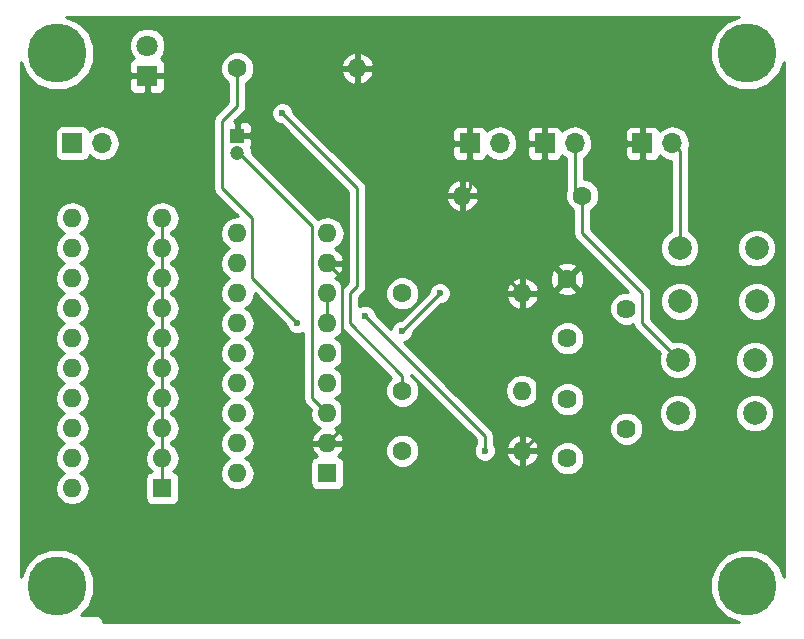
<source format=gbr>
G04 #@! TF.FileFunction,Copper,L1,Top,Signal*
%FSLAX46Y46*%
G04 Gerber Fmt 4.6, Leading zero omitted, Abs format (unit mm)*
G04 Created by KiCad (PCBNEW 4.0.6+dfsg1-1) date Sun Nov 12 00:41:49 2017*
%MOMM*%
%LPD*%
G01*
G04 APERTURE LIST*
%ADD10C,0.100000*%
%ADD11C,5.000000*%
%ADD12R,1.200000X1.200000*%
%ADD13C,1.200000*%
%ADD14C,1.600000*%
%ADD15O,1.600000X1.600000*%
%ADD16C,1.620000*%
%ADD17R,1.600000X1.600000*%
%ADD18C,2.000000*%
%ADD19R,1.800000X1.800000*%
%ADD20C,1.800000*%
%ADD21R,1.700000X1.700000*%
%ADD22O,1.700000X1.700000*%
%ADD23C,0.600000*%
%ADD24C,0.250000*%
%ADD25C,0.254000*%
G04 APERTURE END LIST*
D10*
D11*
X102235000Y-120015000D03*
X160655000Y-120015000D03*
X160655000Y-74930000D03*
D12*
X117475000Y-81915000D03*
D13*
X117475000Y-83415000D03*
D14*
X146685000Y-86995000D03*
D15*
X136525000Y-86995000D03*
D14*
X131445000Y-103505000D03*
D15*
X141605000Y-103505000D03*
D14*
X117475000Y-76200000D03*
D15*
X127635000Y-76200000D03*
D16*
X145415000Y-104220000D03*
X150415000Y-106720000D03*
X145415000Y-109220000D03*
X145415000Y-94060000D03*
X150415000Y-96560000D03*
X145415000Y-99060000D03*
D17*
X125095000Y-110490000D03*
D15*
X117475000Y-90170000D03*
X125095000Y-107950000D03*
X117475000Y-92710000D03*
X125095000Y-105410000D03*
X117475000Y-95250000D03*
X125095000Y-102870000D03*
X117475000Y-97790000D03*
X125095000Y-100330000D03*
X117475000Y-100330000D03*
X125095000Y-97790000D03*
X117475000Y-102870000D03*
X125095000Y-95250000D03*
X117475000Y-105410000D03*
X125095000Y-92710000D03*
X117475000Y-107950000D03*
X125095000Y-90170000D03*
X117475000Y-110490000D03*
D14*
X131445000Y-95250000D03*
D15*
X141605000Y-95250000D03*
D18*
X161290000Y-100910000D03*
X161290000Y-105410000D03*
X154790000Y-100910000D03*
X154790000Y-105410000D03*
X154940000Y-95940000D03*
X154940000Y-91440000D03*
X161440000Y-95940000D03*
X161440000Y-91440000D03*
D17*
X111125000Y-111760000D03*
D15*
X103505000Y-88900000D03*
X111125000Y-109220000D03*
X103505000Y-91440000D03*
X111125000Y-106680000D03*
X103505000Y-93980000D03*
X111125000Y-104140000D03*
X103505000Y-96520000D03*
X111125000Y-101600000D03*
X103505000Y-99060000D03*
X111125000Y-99060000D03*
X103505000Y-101600000D03*
X111125000Y-96520000D03*
X103505000Y-104140000D03*
X111125000Y-93980000D03*
X103505000Y-106680000D03*
X111125000Y-91440000D03*
X103505000Y-109220000D03*
X111125000Y-88900000D03*
X103505000Y-111760000D03*
D19*
X109855000Y-76835000D03*
D20*
X109855000Y-74295000D03*
D14*
X131445000Y-108585000D03*
D15*
X141605000Y-108585000D03*
D21*
X137160000Y-82550000D03*
D22*
X139700000Y-82550000D03*
D21*
X151765000Y-82550000D03*
D22*
X154305000Y-82550000D03*
D21*
X143510000Y-82550000D03*
D22*
X146050000Y-82550000D03*
D21*
X103505000Y-82550000D03*
D22*
X106045000Y-82550000D03*
D11*
X102235000Y-74930000D03*
D23*
X131445000Y-98425000D03*
X134620000Y-95250000D03*
X121285000Y-80010000D03*
X128270000Y-97155000D03*
X138430000Y-108585000D03*
X122555000Y-97790000D03*
D24*
X141605000Y-95250000D02*
X136525000Y-90170000D01*
X136525000Y-90170000D02*
X136525000Y-86995000D01*
X125095000Y-92710000D02*
X126365000Y-93980000D01*
X126365000Y-93980000D02*
X126365000Y-106680000D01*
X126365000Y-106680000D02*
X125095000Y-107950000D01*
X141605000Y-108585000D02*
X142875000Y-107315000D01*
X142875000Y-107315000D02*
X142875000Y-102235000D01*
X142875000Y-102235000D02*
X141605000Y-100965000D01*
X141605000Y-100965000D02*
X141605000Y-95250000D01*
X136525000Y-86995000D02*
X137160000Y-86360000D01*
X137160000Y-86360000D02*
X137160000Y-82550000D01*
X131445000Y-98425000D02*
X134620000Y-95250000D01*
X154790000Y-100910000D02*
X154940000Y-100965000D01*
X154940000Y-100965000D02*
X151765000Y-97790000D01*
X151765000Y-97790000D02*
X151765000Y-95250000D01*
X151765000Y-95250000D02*
X146685000Y-90170000D01*
X146685000Y-90170000D02*
X146685000Y-86995000D01*
X146685000Y-86995000D02*
X146050000Y-86360000D01*
X146050000Y-86360000D02*
X146050000Y-82550000D01*
X125095000Y-95250000D02*
X125095000Y-97790000D01*
X111125000Y-101600000D02*
X111125000Y-99060000D01*
X111125000Y-96520000D02*
X111125000Y-93980000D01*
X111125000Y-93980000D02*
X111125000Y-91440000D01*
X111125000Y-99060000D02*
X111125000Y-96520000D01*
X111125000Y-106680000D02*
X111125000Y-109220000D01*
X111125000Y-91440000D02*
X111125000Y-88900000D01*
X111125000Y-104140000D02*
X111125000Y-101600000D01*
X111125000Y-104140000D02*
X111125000Y-106680000D01*
X111125000Y-109220000D02*
X111125000Y-111760000D01*
X121285000Y-80010000D02*
X127635000Y-86360000D01*
X127635000Y-86360000D02*
X127635000Y-94615000D01*
X127635000Y-94615000D02*
X127000000Y-95250000D01*
X127000000Y-95250000D02*
X127000000Y-97790000D01*
X127000000Y-97790000D02*
X131445000Y-102235000D01*
X131445000Y-102235000D02*
X131445000Y-103505000D01*
X154305000Y-82550000D02*
X154940000Y-83185000D01*
X154940000Y-83185000D02*
X154940000Y-91440000D01*
X117475000Y-83415000D02*
X117475000Y-83185000D01*
X117475000Y-83185000D02*
X123825000Y-89535000D01*
X123825000Y-89535000D02*
X123825000Y-104140000D01*
X123825000Y-104140000D02*
X125095000Y-105410000D01*
X128270000Y-97155000D02*
X138430000Y-107315000D01*
X138430000Y-107315000D02*
X138430000Y-108585000D01*
X122555000Y-97790000D02*
X118745000Y-93980000D01*
X118745000Y-93980000D02*
X118745000Y-88900000D01*
X118745000Y-88900000D02*
X116205000Y-86360000D01*
X116205000Y-86360000D02*
X116205000Y-80645000D01*
X116205000Y-80645000D02*
X117475000Y-79375000D01*
X117475000Y-79375000D02*
X117475000Y-76200000D01*
D25*
G36*
X158881485Y-72270727D02*
X157998826Y-73151847D01*
X157520546Y-74303674D01*
X157519457Y-75550854D01*
X157995727Y-76703515D01*
X158876847Y-77586174D01*
X160028674Y-78064454D01*
X161275854Y-78065543D01*
X162428515Y-77589273D01*
X163311174Y-76708153D01*
X163755000Y-75639301D01*
X163755000Y-119308125D01*
X163314273Y-118241485D01*
X162433153Y-117358826D01*
X161281326Y-116880546D01*
X160034146Y-116879457D01*
X158881485Y-117355727D01*
X157998826Y-118236847D01*
X157520546Y-119388674D01*
X157519457Y-120635854D01*
X157995727Y-121788515D01*
X158876847Y-122671174D01*
X159945699Y-123115000D01*
X106105081Y-123115000D01*
X106065954Y-122918295D01*
X105912046Y-122687954D01*
X105681705Y-122534046D01*
X105410000Y-122480000D01*
X104203127Y-122480000D01*
X104891174Y-121793153D01*
X105369454Y-120641326D01*
X105370543Y-119394146D01*
X104894273Y-118241485D01*
X104013153Y-117358826D01*
X102861326Y-116880546D01*
X101614146Y-116879457D01*
X100461485Y-117355727D01*
X99578826Y-118236847D01*
X99135000Y-119305699D01*
X99135000Y-88900000D01*
X102041887Y-88900000D01*
X102151120Y-89449151D01*
X102462189Y-89914698D01*
X102844275Y-90170000D01*
X102462189Y-90425302D01*
X102151120Y-90890849D01*
X102041887Y-91440000D01*
X102151120Y-91989151D01*
X102462189Y-92454698D01*
X102844275Y-92710000D01*
X102462189Y-92965302D01*
X102151120Y-93430849D01*
X102041887Y-93980000D01*
X102151120Y-94529151D01*
X102462189Y-94994698D01*
X102844275Y-95250000D01*
X102462189Y-95505302D01*
X102151120Y-95970849D01*
X102041887Y-96520000D01*
X102151120Y-97069151D01*
X102462189Y-97534698D01*
X102844275Y-97790000D01*
X102462189Y-98045302D01*
X102151120Y-98510849D01*
X102041887Y-99060000D01*
X102151120Y-99609151D01*
X102462189Y-100074698D01*
X102844275Y-100330000D01*
X102462189Y-100585302D01*
X102151120Y-101050849D01*
X102041887Y-101600000D01*
X102151120Y-102149151D01*
X102462189Y-102614698D01*
X102844275Y-102870000D01*
X102462189Y-103125302D01*
X102151120Y-103590849D01*
X102041887Y-104140000D01*
X102151120Y-104689151D01*
X102462189Y-105154698D01*
X102844275Y-105410000D01*
X102462189Y-105665302D01*
X102151120Y-106130849D01*
X102041887Y-106680000D01*
X102151120Y-107229151D01*
X102462189Y-107694698D01*
X102844275Y-107950000D01*
X102462189Y-108205302D01*
X102151120Y-108670849D01*
X102041887Y-109220000D01*
X102151120Y-109769151D01*
X102462189Y-110234698D01*
X102844275Y-110490000D01*
X102462189Y-110745302D01*
X102151120Y-111210849D01*
X102041887Y-111760000D01*
X102151120Y-112309151D01*
X102462189Y-112774698D01*
X102927736Y-113085767D01*
X103476887Y-113195000D01*
X103533113Y-113195000D01*
X104082264Y-113085767D01*
X104547811Y-112774698D01*
X104858880Y-112309151D01*
X104968113Y-111760000D01*
X104858880Y-111210849D01*
X104547811Y-110745302D01*
X104165725Y-110490000D01*
X104547811Y-110234698D01*
X104858880Y-109769151D01*
X104968113Y-109220000D01*
X104858880Y-108670849D01*
X104547811Y-108205302D01*
X104165725Y-107950000D01*
X104547811Y-107694698D01*
X104858880Y-107229151D01*
X104968113Y-106680000D01*
X104858880Y-106130849D01*
X104547811Y-105665302D01*
X104165725Y-105410000D01*
X104547811Y-105154698D01*
X104858880Y-104689151D01*
X104968113Y-104140000D01*
X104858880Y-103590849D01*
X104547811Y-103125302D01*
X104165725Y-102870000D01*
X104547811Y-102614698D01*
X104858880Y-102149151D01*
X104968113Y-101600000D01*
X104858880Y-101050849D01*
X104547811Y-100585302D01*
X104165725Y-100330000D01*
X104547811Y-100074698D01*
X104858880Y-99609151D01*
X104968113Y-99060000D01*
X104858880Y-98510849D01*
X104547811Y-98045302D01*
X104165725Y-97790000D01*
X104547811Y-97534698D01*
X104858880Y-97069151D01*
X104968113Y-96520000D01*
X104858880Y-95970849D01*
X104547811Y-95505302D01*
X104165725Y-95250000D01*
X104547811Y-94994698D01*
X104858880Y-94529151D01*
X104968113Y-93980000D01*
X104858880Y-93430849D01*
X104547811Y-92965302D01*
X104165725Y-92710000D01*
X104547811Y-92454698D01*
X104858880Y-91989151D01*
X104968113Y-91440000D01*
X104858880Y-90890849D01*
X104547811Y-90425302D01*
X104165725Y-90170000D01*
X104547811Y-89914698D01*
X104858880Y-89449151D01*
X104968113Y-88900000D01*
X109661887Y-88900000D01*
X109771120Y-89449151D01*
X110082189Y-89914698D01*
X110365000Y-90103667D01*
X110365000Y-90236333D01*
X110082189Y-90425302D01*
X109771120Y-90890849D01*
X109661887Y-91440000D01*
X109771120Y-91989151D01*
X110082189Y-92454698D01*
X110365000Y-92643667D01*
X110365000Y-92776333D01*
X110082189Y-92965302D01*
X109771120Y-93430849D01*
X109661887Y-93980000D01*
X109771120Y-94529151D01*
X110082189Y-94994698D01*
X110365000Y-95183667D01*
X110365000Y-95316333D01*
X110082189Y-95505302D01*
X109771120Y-95970849D01*
X109661887Y-96520000D01*
X109771120Y-97069151D01*
X110082189Y-97534698D01*
X110365000Y-97723667D01*
X110365000Y-97856333D01*
X110082189Y-98045302D01*
X109771120Y-98510849D01*
X109661887Y-99060000D01*
X109771120Y-99609151D01*
X110082189Y-100074698D01*
X110365000Y-100263667D01*
X110365000Y-100396333D01*
X110082189Y-100585302D01*
X109771120Y-101050849D01*
X109661887Y-101600000D01*
X109771120Y-102149151D01*
X110082189Y-102614698D01*
X110365000Y-102803667D01*
X110365000Y-102936333D01*
X110082189Y-103125302D01*
X109771120Y-103590849D01*
X109661887Y-104140000D01*
X109771120Y-104689151D01*
X110082189Y-105154698D01*
X110365000Y-105343667D01*
X110365000Y-105476333D01*
X110082189Y-105665302D01*
X109771120Y-106130849D01*
X109661887Y-106680000D01*
X109771120Y-107229151D01*
X110082189Y-107694698D01*
X110365000Y-107883667D01*
X110365000Y-108016333D01*
X110082189Y-108205302D01*
X109771120Y-108670849D01*
X109661887Y-109220000D01*
X109771120Y-109769151D01*
X110082189Y-110234698D01*
X110226465Y-110331101D01*
X110089683Y-110356838D01*
X109873559Y-110495910D01*
X109728569Y-110708110D01*
X109677560Y-110960000D01*
X109677560Y-112560000D01*
X109721838Y-112795317D01*
X109860910Y-113011441D01*
X110073110Y-113156431D01*
X110325000Y-113207440D01*
X111925000Y-113207440D01*
X112160317Y-113163162D01*
X112376441Y-113024090D01*
X112521431Y-112811890D01*
X112572440Y-112560000D01*
X112572440Y-110960000D01*
X112528162Y-110724683D01*
X112389090Y-110508559D01*
X112176890Y-110363569D01*
X112021911Y-110332185D01*
X112167811Y-110234698D01*
X112478880Y-109769151D01*
X112588113Y-109220000D01*
X112478880Y-108670849D01*
X112167811Y-108205302D01*
X111885000Y-108016333D01*
X111885000Y-107883667D01*
X112167811Y-107694698D01*
X112478880Y-107229151D01*
X112588113Y-106680000D01*
X112478880Y-106130849D01*
X112167811Y-105665302D01*
X111885000Y-105476333D01*
X111885000Y-105343667D01*
X112167811Y-105154698D01*
X112478880Y-104689151D01*
X112588113Y-104140000D01*
X112478880Y-103590849D01*
X112167811Y-103125302D01*
X111885000Y-102936333D01*
X111885000Y-102803667D01*
X112167811Y-102614698D01*
X112478880Y-102149151D01*
X112588113Y-101600000D01*
X112478880Y-101050849D01*
X112167811Y-100585302D01*
X111885000Y-100396333D01*
X111885000Y-100263667D01*
X112167811Y-100074698D01*
X112478880Y-99609151D01*
X112588113Y-99060000D01*
X112478880Y-98510849D01*
X112167811Y-98045302D01*
X111885000Y-97856333D01*
X111885000Y-97723667D01*
X112167811Y-97534698D01*
X112478880Y-97069151D01*
X112588113Y-96520000D01*
X112478880Y-95970849D01*
X112167811Y-95505302D01*
X111885000Y-95316333D01*
X111885000Y-95183667D01*
X112167811Y-94994698D01*
X112478880Y-94529151D01*
X112588113Y-93980000D01*
X112478880Y-93430849D01*
X112167811Y-92965302D01*
X111885000Y-92776333D01*
X111885000Y-92643667D01*
X112167811Y-92454698D01*
X112478880Y-91989151D01*
X112588113Y-91440000D01*
X112478880Y-90890849D01*
X112167811Y-90425302D01*
X111885000Y-90236333D01*
X111885000Y-90103667D01*
X112167811Y-89914698D01*
X112478880Y-89449151D01*
X112588113Y-88900000D01*
X112478880Y-88350849D01*
X112167811Y-87885302D01*
X111702264Y-87574233D01*
X111153113Y-87465000D01*
X111096887Y-87465000D01*
X110547736Y-87574233D01*
X110082189Y-87885302D01*
X109771120Y-88350849D01*
X109661887Y-88900000D01*
X104968113Y-88900000D01*
X104858880Y-88350849D01*
X104547811Y-87885302D01*
X104082264Y-87574233D01*
X103533113Y-87465000D01*
X103476887Y-87465000D01*
X102927736Y-87574233D01*
X102462189Y-87885302D01*
X102151120Y-88350849D01*
X102041887Y-88900000D01*
X99135000Y-88900000D01*
X99135000Y-81700000D01*
X102007560Y-81700000D01*
X102007560Y-83400000D01*
X102051838Y-83635317D01*
X102190910Y-83851441D01*
X102403110Y-83996431D01*
X102655000Y-84047440D01*
X104355000Y-84047440D01*
X104590317Y-84003162D01*
X104806441Y-83864090D01*
X104951431Y-83651890D01*
X104965086Y-83584459D01*
X104994946Y-83629147D01*
X105476715Y-83951054D01*
X106045000Y-84064093D01*
X106613285Y-83951054D01*
X107095054Y-83629147D01*
X107416961Y-83147378D01*
X107530000Y-82579093D01*
X107530000Y-82520907D01*
X107416961Y-81952622D01*
X107095054Y-81470853D01*
X106613285Y-81148946D01*
X106045000Y-81035907D01*
X105476715Y-81148946D01*
X104994946Y-81470853D01*
X104967150Y-81512452D01*
X104958162Y-81464683D01*
X104819090Y-81248559D01*
X104606890Y-81103569D01*
X104355000Y-81052560D01*
X102655000Y-81052560D01*
X102419683Y-81096838D01*
X102203559Y-81235910D01*
X102058569Y-81448110D01*
X102007560Y-81700000D01*
X99135000Y-81700000D01*
X99135000Y-80645000D01*
X115445000Y-80645000D01*
X115445000Y-86360000D01*
X115502852Y-86650839D01*
X115667599Y-86897401D01*
X117505716Y-88735518D01*
X117503113Y-88735000D01*
X117446887Y-88735000D01*
X116897736Y-88844233D01*
X116432189Y-89155302D01*
X116121120Y-89620849D01*
X116011887Y-90170000D01*
X116121120Y-90719151D01*
X116432189Y-91184698D01*
X116814275Y-91440000D01*
X116432189Y-91695302D01*
X116121120Y-92160849D01*
X116011887Y-92710000D01*
X116121120Y-93259151D01*
X116432189Y-93724698D01*
X116814275Y-93980000D01*
X116432189Y-94235302D01*
X116121120Y-94700849D01*
X116011887Y-95250000D01*
X116121120Y-95799151D01*
X116432189Y-96264698D01*
X116814275Y-96520000D01*
X116432189Y-96775302D01*
X116121120Y-97240849D01*
X116011887Y-97790000D01*
X116121120Y-98339151D01*
X116432189Y-98804698D01*
X116814275Y-99060000D01*
X116432189Y-99315302D01*
X116121120Y-99780849D01*
X116011887Y-100330000D01*
X116121120Y-100879151D01*
X116432189Y-101344698D01*
X116814275Y-101600000D01*
X116432189Y-101855302D01*
X116121120Y-102320849D01*
X116011887Y-102870000D01*
X116121120Y-103419151D01*
X116432189Y-103884698D01*
X116814275Y-104140000D01*
X116432189Y-104395302D01*
X116121120Y-104860849D01*
X116011887Y-105410000D01*
X116121120Y-105959151D01*
X116432189Y-106424698D01*
X116814275Y-106680000D01*
X116432189Y-106935302D01*
X116121120Y-107400849D01*
X116011887Y-107950000D01*
X116121120Y-108499151D01*
X116432189Y-108964698D01*
X116814275Y-109220000D01*
X116432189Y-109475302D01*
X116121120Y-109940849D01*
X116011887Y-110490000D01*
X116121120Y-111039151D01*
X116432189Y-111504698D01*
X116897736Y-111815767D01*
X117446887Y-111925000D01*
X117503113Y-111925000D01*
X118052264Y-111815767D01*
X118517811Y-111504698D01*
X118828880Y-111039151D01*
X118938113Y-110490000D01*
X118828880Y-109940849D01*
X118661268Y-109690000D01*
X123647560Y-109690000D01*
X123647560Y-111290000D01*
X123691838Y-111525317D01*
X123830910Y-111741441D01*
X124043110Y-111886431D01*
X124295000Y-111937440D01*
X125895000Y-111937440D01*
X126130317Y-111893162D01*
X126346441Y-111754090D01*
X126491431Y-111541890D01*
X126542440Y-111290000D01*
X126542440Y-109690000D01*
X126498162Y-109454683D01*
X126359090Y-109238559D01*
X126146890Y-109093569D01*
X125987384Y-109061268D01*
X126161385Y-108869187D01*
X130009752Y-108869187D01*
X130227757Y-109396800D01*
X130631077Y-109800824D01*
X131158309Y-110019750D01*
X131729187Y-110020248D01*
X132256800Y-109802243D01*
X132660824Y-109398923D01*
X132879750Y-108871691D01*
X132880248Y-108300813D01*
X132662243Y-107773200D01*
X132258923Y-107369176D01*
X131731691Y-107150250D01*
X131160813Y-107149752D01*
X130633200Y-107367757D01*
X130229176Y-107771077D01*
X130010250Y-108298309D01*
X130009752Y-108869187D01*
X126161385Y-108869187D01*
X126326041Y-108687423D01*
X126486904Y-108299039D01*
X126364915Y-108077000D01*
X125222000Y-108077000D01*
X125222000Y-108097000D01*
X124968000Y-108097000D01*
X124968000Y-108077000D01*
X123825085Y-108077000D01*
X123703096Y-108299039D01*
X123863959Y-108687423D01*
X124201590Y-109060136D01*
X124059683Y-109086838D01*
X123843559Y-109225910D01*
X123698569Y-109438110D01*
X123647560Y-109690000D01*
X118661268Y-109690000D01*
X118517811Y-109475302D01*
X118135725Y-109220000D01*
X118517811Y-108964698D01*
X118828880Y-108499151D01*
X118938113Y-107950000D01*
X118828880Y-107400849D01*
X118517811Y-106935302D01*
X118135725Y-106680000D01*
X118517811Y-106424698D01*
X118828880Y-105959151D01*
X118938113Y-105410000D01*
X118828880Y-104860849D01*
X118517811Y-104395302D01*
X118135725Y-104140000D01*
X118517811Y-103884698D01*
X118828880Y-103419151D01*
X118938113Y-102870000D01*
X118828880Y-102320849D01*
X118517811Y-101855302D01*
X118135725Y-101600000D01*
X118517811Y-101344698D01*
X118828880Y-100879151D01*
X118938113Y-100330000D01*
X118828880Y-99780849D01*
X118517811Y-99315302D01*
X118135725Y-99060000D01*
X118517811Y-98804698D01*
X118828880Y-98339151D01*
X118938113Y-97790000D01*
X118828880Y-97240849D01*
X118517811Y-96775302D01*
X118135725Y-96520000D01*
X118517811Y-96264698D01*
X118828880Y-95799151D01*
X118938113Y-95250000D01*
X118937595Y-95247397D01*
X121619878Y-97929680D01*
X121619838Y-97975167D01*
X121761883Y-98318943D01*
X122024673Y-98582192D01*
X122368201Y-98724838D01*
X122740167Y-98725162D01*
X123065000Y-98590944D01*
X123065000Y-104140000D01*
X123122852Y-104430839D01*
X123287599Y-104677401D01*
X123696312Y-105086114D01*
X123631887Y-105410000D01*
X123741120Y-105959151D01*
X124052189Y-106424698D01*
X124456703Y-106694986D01*
X124239866Y-106797611D01*
X123863959Y-107212577D01*
X123703096Y-107600961D01*
X123825085Y-107823000D01*
X124968000Y-107823000D01*
X124968000Y-107803000D01*
X125222000Y-107803000D01*
X125222000Y-107823000D01*
X126364915Y-107823000D01*
X126486904Y-107600961D01*
X126326041Y-107212577D01*
X125950134Y-106797611D01*
X125733297Y-106694986D01*
X126137811Y-106424698D01*
X126448880Y-105959151D01*
X126558113Y-105410000D01*
X126448880Y-104860849D01*
X126137811Y-104395302D01*
X125755725Y-104140000D01*
X126137811Y-103884698D01*
X126448880Y-103419151D01*
X126558113Y-102870000D01*
X126448880Y-102320849D01*
X126137811Y-101855302D01*
X125755725Y-101600000D01*
X126137811Y-101344698D01*
X126448880Y-100879151D01*
X126558113Y-100330000D01*
X126448880Y-99780849D01*
X126137811Y-99315302D01*
X125755725Y-99060000D01*
X126137811Y-98804698D01*
X126448880Y-98339151D01*
X126453828Y-98314275D01*
X126462599Y-98327401D01*
X130527986Y-102392788D01*
X130229176Y-102691077D01*
X130010250Y-103218309D01*
X130009752Y-103789187D01*
X130227757Y-104316800D01*
X130631077Y-104720824D01*
X131158309Y-104939750D01*
X131729187Y-104940248D01*
X132256800Y-104722243D01*
X132660824Y-104318923D01*
X132879750Y-103791691D01*
X132880248Y-103220813D01*
X132662243Y-102693200D01*
X132258923Y-102289176D01*
X132205000Y-102266785D01*
X132205000Y-102235000D01*
X132187569Y-102147371D01*
X137670000Y-107629802D01*
X137670000Y-108022537D01*
X137637808Y-108054673D01*
X137495162Y-108398201D01*
X137494838Y-108770167D01*
X137636883Y-109113943D01*
X137899673Y-109377192D01*
X138243201Y-109519838D01*
X138615167Y-109520162D01*
X138958943Y-109378117D01*
X139222192Y-109115327D01*
X139297469Y-108934039D01*
X140213096Y-108934039D01*
X140373959Y-109322423D01*
X140749866Y-109737389D01*
X141255959Y-109976914D01*
X141478000Y-109855629D01*
X141478000Y-108712000D01*
X141732000Y-108712000D01*
X141732000Y-109855629D01*
X141954041Y-109976914D01*
X142460134Y-109737389D01*
X142669592Y-109506167D01*
X143969750Y-109506167D01*
X144189275Y-110037457D01*
X144595405Y-110444297D01*
X145126311Y-110664748D01*
X145701167Y-110665250D01*
X146232457Y-110445725D01*
X146639297Y-110039595D01*
X146859748Y-109508689D01*
X146860250Y-108933833D01*
X146640725Y-108402543D01*
X146234595Y-107995703D01*
X145703689Y-107775252D01*
X145128833Y-107774750D01*
X144597543Y-107994275D01*
X144190703Y-108400405D01*
X143970252Y-108931311D01*
X143969750Y-109506167D01*
X142669592Y-109506167D01*
X142836041Y-109322423D01*
X142996904Y-108934039D01*
X142874915Y-108712000D01*
X141732000Y-108712000D01*
X141478000Y-108712000D01*
X140335085Y-108712000D01*
X140213096Y-108934039D01*
X139297469Y-108934039D01*
X139364838Y-108771799D01*
X139365162Y-108399833D01*
X139297452Y-108235961D01*
X140213096Y-108235961D01*
X140335085Y-108458000D01*
X141478000Y-108458000D01*
X141478000Y-107314371D01*
X141732000Y-107314371D01*
X141732000Y-108458000D01*
X142874915Y-108458000D01*
X142996904Y-108235961D01*
X142836041Y-107847577D01*
X142460134Y-107432611D01*
X141954041Y-107193086D01*
X141732000Y-107314371D01*
X141478000Y-107314371D01*
X141255959Y-107193086D01*
X140749866Y-107432611D01*
X140373959Y-107847577D01*
X140213096Y-108235961D01*
X139297452Y-108235961D01*
X139223117Y-108056057D01*
X139190000Y-108022882D01*
X139190000Y-107315000D01*
X139132148Y-107024161D01*
X139120125Y-107006167D01*
X148969750Y-107006167D01*
X149189275Y-107537457D01*
X149595405Y-107944297D01*
X150126311Y-108164748D01*
X150701167Y-108165250D01*
X151232457Y-107945725D01*
X151639297Y-107539595D01*
X151859748Y-107008689D01*
X151860250Y-106433833D01*
X151640725Y-105902543D01*
X151472272Y-105733795D01*
X153154716Y-105733795D01*
X153403106Y-106334943D01*
X153862637Y-106795278D01*
X154463352Y-107044716D01*
X155113795Y-107045284D01*
X155714943Y-106796894D01*
X156175278Y-106337363D01*
X156424716Y-105736648D01*
X156424718Y-105733795D01*
X159654716Y-105733795D01*
X159903106Y-106334943D01*
X160362637Y-106795278D01*
X160963352Y-107044716D01*
X161613795Y-107045284D01*
X162214943Y-106796894D01*
X162675278Y-106337363D01*
X162924716Y-105736648D01*
X162925284Y-105086205D01*
X162676894Y-104485057D01*
X162217363Y-104024722D01*
X161616648Y-103775284D01*
X160966205Y-103774716D01*
X160365057Y-104023106D01*
X159904722Y-104482637D01*
X159655284Y-105083352D01*
X159654716Y-105733795D01*
X156424718Y-105733795D01*
X156425284Y-105086205D01*
X156176894Y-104485057D01*
X155717363Y-104024722D01*
X155116648Y-103775284D01*
X154466205Y-103774716D01*
X153865057Y-104023106D01*
X153404722Y-104482637D01*
X153155284Y-105083352D01*
X153154716Y-105733795D01*
X151472272Y-105733795D01*
X151234595Y-105495703D01*
X150703689Y-105275252D01*
X150128833Y-105274750D01*
X149597543Y-105494275D01*
X149190703Y-105900405D01*
X148970252Y-106431311D01*
X148969750Y-107006167D01*
X139120125Y-107006167D01*
X138967401Y-106777599D01*
X135694802Y-103505000D01*
X140141887Y-103505000D01*
X140251120Y-104054151D01*
X140562189Y-104519698D01*
X141027736Y-104830767D01*
X141576887Y-104940000D01*
X141633113Y-104940000D01*
X142182264Y-104830767D01*
X142647811Y-104519698D01*
X142656852Y-104506167D01*
X143969750Y-104506167D01*
X144189275Y-105037457D01*
X144595405Y-105444297D01*
X145126311Y-105664748D01*
X145701167Y-105665250D01*
X146232457Y-105445725D01*
X146639297Y-105039595D01*
X146859748Y-104508689D01*
X146860250Y-103933833D01*
X146640725Y-103402543D01*
X146234595Y-102995703D01*
X145703689Y-102775252D01*
X145128833Y-102774750D01*
X144597543Y-102994275D01*
X144190703Y-103400405D01*
X143970252Y-103931311D01*
X143969750Y-104506167D01*
X142656852Y-104506167D01*
X142958880Y-104054151D01*
X143068113Y-103505000D01*
X142958880Y-102955849D01*
X142647811Y-102490302D01*
X142182264Y-102179233D01*
X141633113Y-102070000D01*
X141576887Y-102070000D01*
X141027736Y-102179233D01*
X140562189Y-102490302D01*
X140251120Y-102955849D01*
X140141887Y-103505000D01*
X135694802Y-103505000D01*
X131549894Y-99360092D01*
X131630167Y-99360162D01*
X131664037Y-99346167D01*
X143969750Y-99346167D01*
X144189275Y-99877457D01*
X144595405Y-100284297D01*
X145126311Y-100504748D01*
X145701167Y-100505250D01*
X146232457Y-100285725D01*
X146639297Y-99879595D01*
X146859748Y-99348689D01*
X146860250Y-98773833D01*
X146640725Y-98242543D01*
X146234595Y-97835703D01*
X145703689Y-97615252D01*
X145128833Y-97614750D01*
X144597543Y-97834275D01*
X144190703Y-98240405D01*
X143970252Y-98771311D01*
X143969750Y-99346167D01*
X131664037Y-99346167D01*
X131973943Y-99218117D01*
X132237192Y-98955327D01*
X132379838Y-98611799D01*
X132379879Y-98564923D01*
X134759680Y-96185122D01*
X134805167Y-96185162D01*
X135148943Y-96043117D01*
X135412192Y-95780327D01*
X135487469Y-95599039D01*
X140213096Y-95599039D01*
X140373959Y-95987423D01*
X140749866Y-96402389D01*
X141255959Y-96641914D01*
X141478000Y-96520629D01*
X141478000Y-95377000D01*
X141732000Y-95377000D01*
X141732000Y-96520629D01*
X141954041Y-96641914D01*
X142460134Y-96402389D01*
X142836041Y-95987423D01*
X142996904Y-95599039D01*
X142874915Y-95377000D01*
X141732000Y-95377000D01*
X141478000Y-95377000D01*
X140335085Y-95377000D01*
X140213096Y-95599039D01*
X135487469Y-95599039D01*
X135554838Y-95436799D01*
X135555162Y-95064833D01*
X135487452Y-94900961D01*
X140213096Y-94900961D01*
X140335085Y-95123000D01*
X141478000Y-95123000D01*
X141478000Y-93979371D01*
X141732000Y-93979371D01*
X141732000Y-95123000D01*
X142874915Y-95123000D01*
X142901292Y-95074988D01*
X144579617Y-95074988D01*
X144654980Y-95322144D01*
X145195834Y-95516916D01*
X145770055Y-95489886D01*
X146175020Y-95322144D01*
X146250383Y-95074988D01*
X145415000Y-94239605D01*
X144579617Y-95074988D01*
X142901292Y-95074988D01*
X142996904Y-94900961D01*
X142836041Y-94512577D01*
X142460134Y-94097611D01*
X141954041Y-93858086D01*
X141732000Y-93979371D01*
X141478000Y-93979371D01*
X141255959Y-93858086D01*
X140749866Y-94097611D01*
X140373959Y-94512577D01*
X140213096Y-94900961D01*
X135487452Y-94900961D01*
X135413117Y-94721057D01*
X135150327Y-94457808D01*
X134806799Y-94315162D01*
X134434833Y-94314838D01*
X134091057Y-94456883D01*
X133827808Y-94719673D01*
X133685162Y-95063201D01*
X133685121Y-95110077D01*
X131305320Y-97489878D01*
X131259833Y-97489838D01*
X130916057Y-97631883D01*
X130652808Y-97894673D01*
X130510162Y-98238201D01*
X130510090Y-98320288D01*
X129205122Y-97015320D01*
X129205162Y-96969833D01*
X129063117Y-96626057D01*
X128800327Y-96362808D01*
X128456799Y-96220162D01*
X128084833Y-96219838D01*
X127760000Y-96354056D01*
X127760000Y-95564802D01*
X127790615Y-95534187D01*
X130009752Y-95534187D01*
X130227757Y-96061800D01*
X130631077Y-96465824D01*
X131158309Y-96684750D01*
X131729187Y-96685248D01*
X132256800Y-96467243D01*
X132660824Y-96063923D01*
X132879750Y-95536691D01*
X132880248Y-94965813D01*
X132662243Y-94438200D01*
X132258923Y-94034176D01*
X131793305Y-93840834D01*
X143958084Y-93840834D01*
X143985114Y-94415055D01*
X144152856Y-94820020D01*
X144400012Y-94895383D01*
X145235395Y-94060000D01*
X145594605Y-94060000D01*
X146429988Y-94895383D01*
X146677144Y-94820020D01*
X146871916Y-94279166D01*
X146844886Y-93704945D01*
X146677144Y-93299980D01*
X146429988Y-93224617D01*
X145594605Y-94060000D01*
X145235395Y-94060000D01*
X144400012Y-93224617D01*
X144152856Y-93299980D01*
X143958084Y-93840834D01*
X131793305Y-93840834D01*
X131731691Y-93815250D01*
X131160813Y-93814752D01*
X130633200Y-94032757D01*
X130229176Y-94436077D01*
X130010250Y-94963309D01*
X130009752Y-95534187D01*
X127790615Y-95534187D01*
X128172401Y-95152401D01*
X128337148Y-94905839D01*
X128395000Y-94615000D01*
X128395000Y-93045012D01*
X144579617Y-93045012D01*
X145415000Y-93880395D01*
X146250383Y-93045012D01*
X146175020Y-92797856D01*
X145634166Y-92603084D01*
X145059945Y-92630114D01*
X144654980Y-92797856D01*
X144579617Y-93045012D01*
X128395000Y-93045012D01*
X128395000Y-87344039D01*
X135133096Y-87344039D01*
X135293959Y-87732423D01*
X135669866Y-88147389D01*
X136175959Y-88386914D01*
X136398000Y-88265629D01*
X136398000Y-87122000D01*
X136652000Y-87122000D01*
X136652000Y-88265629D01*
X136874041Y-88386914D01*
X137380134Y-88147389D01*
X137756041Y-87732423D01*
X137916904Y-87344039D01*
X137794915Y-87122000D01*
X136652000Y-87122000D01*
X136398000Y-87122000D01*
X135255085Y-87122000D01*
X135133096Y-87344039D01*
X128395000Y-87344039D01*
X128395000Y-86645961D01*
X135133096Y-86645961D01*
X135255085Y-86868000D01*
X136398000Y-86868000D01*
X136398000Y-85724371D01*
X136652000Y-85724371D01*
X136652000Y-86868000D01*
X137794915Y-86868000D01*
X137916904Y-86645961D01*
X137756041Y-86257577D01*
X137380134Y-85842611D01*
X136874041Y-85603086D01*
X136652000Y-85724371D01*
X136398000Y-85724371D01*
X136175959Y-85603086D01*
X135669866Y-85842611D01*
X135293959Y-86257577D01*
X135133096Y-86645961D01*
X128395000Y-86645961D01*
X128395000Y-86360000D01*
X128337148Y-86069161D01*
X128172401Y-85822599D01*
X125185552Y-82835750D01*
X135675000Y-82835750D01*
X135675000Y-83526309D01*
X135771673Y-83759698D01*
X135950301Y-83938327D01*
X136183690Y-84035000D01*
X136874250Y-84035000D01*
X137033000Y-83876250D01*
X137033000Y-82677000D01*
X135833750Y-82677000D01*
X135675000Y-82835750D01*
X125185552Y-82835750D01*
X123923493Y-81573691D01*
X135675000Y-81573691D01*
X135675000Y-82264250D01*
X135833750Y-82423000D01*
X137033000Y-82423000D01*
X137033000Y-81223750D01*
X137287000Y-81223750D01*
X137287000Y-82423000D01*
X137307000Y-82423000D01*
X137307000Y-82677000D01*
X137287000Y-82677000D01*
X137287000Y-83876250D01*
X137445750Y-84035000D01*
X138136310Y-84035000D01*
X138369699Y-83938327D01*
X138548327Y-83759698D01*
X138620597Y-83585223D01*
X138649946Y-83629147D01*
X139131715Y-83951054D01*
X139700000Y-84064093D01*
X140268285Y-83951054D01*
X140750054Y-83629147D01*
X141071961Y-83147378D01*
X141133947Y-82835750D01*
X142025000Y-82835750D01*
X142025000Y-83526309D01*
X142121673Y-83759698D01*
X142300301Y-83938327D01*
X142533690Y-84035000D01*
X143224250Y-84035000D01*
X143383000Y-83876250D01*
X143383000Y-82677000D01*
X142183750Y-82677000D01*
X142025000Y-82835750D01*
X141133947Y-82835750D01*
X141185000Y-82579093D01*
X141185000Y-82520907D01*
X141071961Y-81952622D01*
X140818768Y-81573691D01*
X142025000Y-81573691D01*
X142025000Y-82264250D01*
X142183750Y-82423000D01*
X143383000Y-82423000D01*
X143383000Y-81223750D01*
X143637000Y-81223750D01*
X143637000Y-82423000D01*
X143657000Y-82423000D01*
X143657000Y-82677000D01*
X143637000Y-82677000D01*
X143637000Y-83876250D01*
X143795750Y-84035000D01*
X144486310Y-84035000D01*
X144719699Y-83938327D01*
X144898327Y-83759698D01*
X144970597Y-83585223D01*
X144999946Y-83629147D01*
X145290000Y-83822954D01*
X145290000Y-86360000D01*
X145323969Y-86530773D01*
X145250250Y-86708309D01*
X145249752Y-87279187D01*
X145467757Y-87806800D01*
X145871077Y-88210824D01*
X145925000Y-88233215D01*
X145925000Y-90170000D01*
X145982852Y-90460839D01*
X146147599Y-90707401D01*
X150555320Y-95115122D01*
X150128833Y-95114750D01*
X149597543Y-95334275D01*
X149190703Y-95740405D01*
X148970252Y-96271311D01*
X148969750Y-96846167D01*
X149189275Y-97377457D01*
X149595405Y-97784297D01*
X150126311Y-98004748D01*
X150701167Y-98005250D01*
X151021489Y-97872895D01*
X151062852Y-98080839D01*
X151227599Y-98327401D01*
X153251598Y-100351400D01*
X153155284Y-100583352D01*
X153154716Y-101233795D01*
X153403106Y-101834943D01*
X153862637Y-102295278D01*
X154463352Y-102544716D01*
X155113795Y-102545284D01*
X155714943Y-102296894D01*
X156175278Y-101837363D01*
X156424716Y-101236648D01*
X156424718Y-101233795D01*
X159654716Y-101233795D01*
X159903106Y-101834943D01*
X160362637Y-102295278D01*
X160963352Y-102544716D01*
X161613795Y-102545284D01*
X162214943Y-102296894D01*
X162675278Y-101837363D01*
X162924716Y-101236648D01*
X162925284Y-100586205D01*
X162676894Y-99985057D01*
X162217363Y-99524722D01*
X161616648Y-99275284D01*
X160966205Y-99274716D01*
X160365057Y-99523106D01*
X159904722Y-99982637D01*
X159655284Y-100583352D01*
X159654716Y-101233795D01*
X156424718Y-101233795D01*
X156425284Y-100586205D01*
X156176894Y-99985057D01*
X155717363Y-99524722D01*
X155116648Y-99275284D01*
X154466205Y-99274716D01*
X154365945Y-99316143D01*
X152525000Y-97475198D01*
X152525000Y-96263795D01*
X153304716Y-96263795D01*
X153553106Y-96864943D01*
X154012637Y-97325278D01*
X154613352Y-97574716D01*
X155263795Y-97575284D01*
X155864943Y-97326894D01*
X156325278Y-96867363D01*
X156574716Y-96266648D01*
X156574718Y-96263795D01*
X159804716Y-96263795D01*
X160053106Y-96864943D01*
X160512637Y-97325278D01*
X161113352Y-97574716D01*
X161763795Y-97575284D01*
X162364943Y-97326894D01*
X162825278Y-96867363D01*
X163074716Y-96266648D01*
X163075284Y-95616205D01*
X162826894Y-95015057D01*
X162367363Y-94554722D01*
X161766648Y-94305284D01*
X161116205Y-94304716D01*
X160515057Y-94553106D01*
X160054722Y-95012637D01*
X159805284Y-95613352D01*
X159804716Y-96263795D01*
X156574718Y-96263795D01*
X156575284Y-95616205D01*
X156326894Y-95015057D01*
X155867363Y-94554722D01*
X155266648Y-94305284D01*
X154616205Y-94304716D01*
X154015057Y-94553106D01*
X153554722Y-95012637D01*
X153305284Y-95613352D01*
X153304716Y-96263795D01*
X152525000Y-96263795D01*
X152525000Y-95250000D01*
X152467148Y-94959161D01*
X152302401Y-94712599D01*
X147445000Y-89855198D01*
X147445000Y-88233646D01*
X147496800Y-88212243D01*
X147900824Y-87808923D01*
X148119750Y-87281691D01*
X148120248Y-86710813D01*
X147902243Y-86183200D01*
X147498923Y-85779176D01*
X146971691Y-85560250D01*
X146810000Y-85560109D01*
X146810000Y-83822954D01*
X147100054Y-83629147D01*
X147421961Y-83147378D01*
X147483947Y-82835750D01*
X150280000Y-82835750D01*
X150280000Y-83526309D01*
X150376673Y-83759698D01*
X150555301Y-83938327D01*
X150788690Y-84035000D01*
X151479250Y-84035000D01*
X151638000Y-83876250D01*
X151638000Y-82677000D01*
X150438750Y-82677000D01*
X150280000Y-82835750D01*
X147483947Y-82835750D01*
X147535000Y-82579093D01*
X147535000Y-82520907D01*
X147421961Y-81952622D01*
X147168768Y-81573691D01*
X150280000Y-81573691D01*
X150280000Y-82264250D01*
X150438750Y-82423000D01*
X151638000Y-82423000D01*
X151638000Y-81223750D01*
X151892000Y-81223750D01*
X151892000Y-82423000D01*
X151912000Y-82423000D01*
X151912000Y-82677000D01*
X151892000Y-82677000D01*
X151892000Y-83876250D01*
X152050750Y-84035000D01*
X152741310Y-84035000D01*
X152974699Y-83938327D01*
X153153327Y-83759698D01*
X153225597Y-83585223D01*
X153254946Y-83629147D01*
X153736715Y-83951054D01*
X154180000Y-84039229D01*
X154180000Y-89984953D01*
X154015057Y-90053106D01*
X153554722Y-90512637D01*
X153305284Y-91113352D01*
X153304716Y-91763795D01*
X153553106Y-92364943D01*
X154012637Y-92825278D01*
X154613352Y-93074716D01*
X155263795Y-93075284D01*
X155864943Y-92826894D01*
X156325278Y-92367363D01*
X156574716Y-91766648D01*
X156574718Y-91763795D01*
X159804716Y-91763795D01*
X160053106Y-92364943D01*
X160512637Y-92825278D01*
X161113352Y-93074716D01*
X161763795Y-93075284D01*
X162364943Y-92826894D01*
X162825278Y-92367363D01*
X163074716Y-91766648D01*
X163075284Y-91116205D01*
X162826894Y-90515057D01*
X162367363Y-90054722D01*
X161766648Y-89805284D01*
X161116205Y-89804716D01*
X160515057Y-90053106D01*
X160054722Y-90512637D01*
X159805284Y-91113352D01*
X159804716Y-91763795D01*
X156574718Y-91763795D01*
X156575284Y-91116205D01*
X156326894Y-90515057D01*
X155867363Y-90054722D01*
X155700000Y-89985227D01*
X155700000Y-83185000D01*
X155684739Y-83108277D01*
X155790000Y-82579093D01*
X155790000Y-82520907D01*
X155676961Y-81952622D01*
X155355054Y-81470853D01*
X154873285Y-81148946D01*
X154305000Y-81035907D01*
X153736715Y-81148946D01*
X153254946Y-81470853D01*
X153225597Y-81514777D01*
X153153327Y-81340302D01*
X152974699Y-81161673D01*
X152741310Y-81065000D01*
X152050750Y-81065000D01*
X151892000Y-81223750D01*
X151638000Y-81223750D01*
X151479250Y-81065000D01*
X150788690Y-81065000D01*
X150555301Y-81161673D01*
X150376673Y-81340302D01*
X150280000Y-81573691D01*
X147168768Y-81573691D01*
X147100054Y-81470853D01*
X146618285Y-81148946D01*
X146050000Y-81035907D01*
X145481715Y-81148946D01*
X144999946Y-81470853D01*
X144970597Y-81514777D01*
X144898327Y-81340302D01*
X144719699Y-81161673D01*
X144486310Y-81065000D01*
X143795750Y-81065000D01*
X143637000Y-81223750D01*
X143383000Y-81223750D01*
X143224250Y-81065000D01*
X142533690Y-81065000D01*
X142300301Y-81161673D01*
X142121673Y-81340302D01*
X142025000Y-81573691D01*
X140818768Y-81573691D01*
X140750054Y-81470853D01*
X140268285Y-81148946D01*
X139700000Y-81035907D01*
X139131715Y-81148946D01*
X138649946Y-81470853D01*
X138620597Y-81514777D01*
X138548327Y-81340302D01*
X138369699Y-81161673D01*
X138136310Y-81065000D01*
X137445750Y-81065000D01*
X137287000Y-81223750D01*
X137033000Y-81223750D01*
X136874250Y-81065000D01*
X136183690Y-81065000D01*
X135950301Y-81161673D01*
X135771673Y-81340302D01*
X135675000Y-81573691D01*
X123923493Y-81573691D01*
X122220122Y-79870320D01*
X122220162Y-79824833D01*
X122078117Y-79481057D01*
X121815327Y-79217808D01*
X121471799Y-79075162D01*
X121099833Y-79074838D01*
X120756057Y-79216883D01*
X120492808Y-79479673D01*
X120350162Y-79823201D01*
X120349838Y-80195167D01*
X120491883Y-80538943D01*
X120754673Y-80802192D01*
X121098201Y-80944838D01*
X121145077Y-80944879D01*
X126875000Y-86674802D01*
X126875000Y-94300198D01*
X126462599Y-94712599D01*
X126453828Y-94725725D01*
X126448880Y-94700849D01*
X126137811Y-94235302D01*
X125733297Y-93965014D01*
X125950134Y-93862389D01*
X126326041Y-93447423D01*
X126486904Y-93059039D01*
X126364915Y-92837000D01*
X125222000Y-92837000D01*
X125222000Y-92857000D01*
X124968000Y-92857000D01*
X124968000Y-92837000D01*
X124948000Y-92837000D01*
X124948000Y-92583000D01*
X124968000Y-92583000D01*
X124968000Y-92563000D01*
X125222000Y-92563000D01*
X125222000Y-92583000D01*
X126364915Y-92583000D01*
X126486904Y-92360961D01*
X126326041Y-91972577D01*
X125950134Y-91557611D01*
X125733297Y-91454986D01*
X126137811Y-91184698D01*
X126448880Y-90719151D01*
X126558113Y-90170000D01*
X126448880Y-89620849D01*
X126137811Y-89155302D01*
X125672264Y-88844233D01*
X125123113Y-88735000D01*
X125066887Y-88735000D01*
X124517736Y-88844233D01*
X124332683Y-88967881D01*
X118710061Y-83345259D01*
X118710214Y-83170421D01*
X118595422Y-82892603D01*
X118613327Y-82874698D01*
X118710000Y-82641309D01*
X118710000Y-82200750D01*
X118551250Y-82042000D01*
X117602000Y-82042000D01*
X117602000Y-82062000D01*
X117348000Y-82062000D01*
X117348000Y-82042000D01*
X117328000Y-82042000D01*
X117328000Y-81788000D01*
X117348000Y-81788000D01*
X117348000Y-80838750D01*
X117602000Y-80838750D01*
X117602000Y-81788000D01*
X118551250Y-81788000D01*
X118710000Y-81629250D01*
X118710000Y-81188691D01*
X118613327Y-80955302D01*
X118434699Y-80776673D01*
X118201310Y-80680000D01*
X117760750Y-80680000D01*
X117602000Y-80838750D01*
X117348000Y-80838750D01*
X117217026Y-80707776D01*
X118012401Y-79912401D01*
X118177148Y-79665840D01*
X118235000Y-79375000D01*
X118235000Y-77438646D01*
X118286800Y-77417243D01*
X118690824Y-77013923D01*
X118883860Y-76549039D01*
X126243096Y-76549039D01*
X126403959Y-76937423D01*
X126779866Y-77352389D01*
X127285959Y-77591914D01*
X127508000Y-77470629D01*
X127508000Y-76327000D01*
X127762000Y-76327000D01*
X127762000Y-77470629D01*
X127984041Y-77591914D01*
X128490134Y-77352389D01*
X128866041Y-76937423D01*
X129026904Y-76549039D01*
X128904915Y-76327000D01*
X127762000Y-76327000D01*
X127508000Y-76327000D01*
X126365085Y-76327000D01*
X126243096Y-76549039D01*
X118883860Y-76549039D01*
X118909750Y-76486691D01*
X118910248Y-75915813D01*
X118883452Y-75850961D01*
X126243096Y-75850961D01*
X126365085Y-76073000D01*
X127508000Y-76073000D01*
X127508000Y-74929371D01*
X127762000Y-74929371D01*
X127762000Y-76073000D01*
X128904915Y-76073000D01*
X129026904Y-75850961D01*
X128866041Y-75462577D01*
X128490134Y-75047611D01*
X127984041Y-74808086D01*
X127762000Y-74929371D01*
X127508000Y-74929371D01*
X127285959Y-74808086D01*
X126779866Y-75047611D01*
X126403959Y-75462577D01*
X126243096Y-75850961D01*
X118883452Y-75850961D01*
X118692243Y-75388200D01*
X118288923Y-74984176D01*
X117761691Y-74765250D01*
X117190813Y-74764752D01*
X116663200Y-74982757D01*
X116259176Y-75386077D01*
X116040250Y-75913309D01*
X116039752Y-76484187D01*
X116257757Y-77011800D01*
X116661077Y-77415824D01*
X116715000Y-77438215D01*
X116715000Y-79060198D01*
X115667599Y-80107599D01*
X115502852Y-80354161D01*
X115445000Y-80645000D01*
X99135000Y-80645000D01*
X99135000Y-75636875D01*
X99575727Y-76703515D01*
X100456847Y-77586174D01*
X101608674Y-78064454D01*
X102855854Y-78065543D01*
X104008515Y-77589273D01*
X104477856Y-77120750D01*
X108320000Y-77120750D01*
X108320000Y-77861309D01*
X108416673Y-78094698D01*
X108595301Y-78273327D01*
X108828690Y-78370000D01*
X109569250Y-78370000D01*
X109728000Y-78211250D01*
X109728000Y-76962000D01*
X109982000Y-76962000D01*
X109982000Y-78211250D01*
X110140750Y-78370000D01*
X110881310Y-78370000D01*
X111114699Y-78273327D01*
X111293327Y-78094698D01*
X111390000Y-77861309D01*
X111390000Y-77120750D01*
X111231250Y-76962000D01*
X109982000Y-76962000D01*
X109728000Y-76962000D01*
X108478750Y-76962000D01*
X108320000Y-77120750D01*
X104477856Y-77120750D01*
X104891174Y-76708153D01*
X105369454Y-75556326D01*
X105370289Y-74598991D01*
X108319735Y-74598991D01*
X108552932Y-75163371D01*
X108730092Y-75340841D01*
X108595301Y-75396673D01*
X108416673Y-75575302D01*
X108320000Y-75808691D01*
X108320000Y-76549250D01*
X108478750Y-76708000D01*
X109728000Y-76708000D01*
X109728000Y-76688000D01*
X109982000Y-76688000D01*
X109982000Y-76708000D01*
X111231250Y-76708000D01*
X111390000Y-76549250D01*
X111390000Y-75808691D01*
X111293327Y-75575302D01*
X111114699Y-75396673D01*
X110980006Y-75340881D01*
X111155551Y-75165643D01*
X111389733Y-74601670D01*
X111390265Y-73991009D01*
X111157068Y-73426629D01*
X110725643Y-72994449D01*
X110161670Y-72760267D01*
X109551009Y-72759735D01*
X108986629Y-72992932D01*
X108554449Y-73424357D01*
X108320267Y-73988330D01*
X108319735Y-74598991D01*
X105370289Y-74598991D01*
X105370543Y-74309146D01*
X104894273Y-73156485D01*
X104013153Y-72273826D01*
X102944301Y-71830000D01*
X159948125Y-71830000D01*
X158881485Y-72270727D01*
X158881485Y-72270727D01*
G37*
X158881485Y-72270727D02*
X157998826Y-73151847D01*
X157520546Y-74303674D01*
X157519457Y-75550854D01*
X157995727Y-76703515D01*
X158876847Y-77586174D01*
X160028674Y-78064454D01*
X161275854Y-78065543D01*
X162428515Y-77589273D01*
X163311174Y-76708153D01*
X163755000Y-75639301D01*
X163755000Y-119308125D01*
X163314273Y-118241485D01*
X162433153Y-117358826D01*
X161281326Y-116880546D01*
X160034146Y-116879457D01*
X158881485Y-117355727D01*
X157998826Y-118236847D01*
X157520546Y-119388674D01*
X157519457Y-120635854D01*
X157995727Y-121788515D01*
X158876847Y-122671174D01*
X159945699Y-123115000D01*
X106105081Y-123115000D01*
X106065954Y-122918295D01*
X105912046Y-122687954D01*
X105681705Y-122534046D01*
X105410000Y-122480000D01*
X104203127Y-122480000D01*
X104891174Y-121793153D01*
X105369454Y-120641326D01*
X105370543Y-119394146D01*
X104894273Y-118241485D01*
X104013153Y-117358826D01*
X102861326Y-116880546D01*
X101614146Y-116879457D01*
X100461485Y-117355727D01*
X99578826Y-118236847D01*
X99135000Y-119305699D01*
X99135000Y-88900000D01*
X102041887Y-88900000D01*
X102151120Y-89449151D01*
X102462189Y-89914698D01*
X102844275Y-90170000D01*
X102462189Y-90425302D01*
X102151120Y-90890849D01*
X102041887Y-91440000D01*
X102151120Y-91989151D01*
X102462189Y-92454698D01*
X102844275Y-92710000D01*
X102462189Y-92965302D01*
X102151120Y-93430849D01*
X102041887Y-93980000D01*
X102151120Y-94529151D01*
X102462189Y-94994698D01*
X102844275Y-95250000D01*
X102462189Y-95505302D01*
X102151120Y-95970849D01*
X102041887Y-96520000D01*
X102151120Y-97069151D01*
X102462189Y-97534698D01*
X102844275Y-97790000D01*
X102462189Y-98045302D01*
X102151120Y-98510849D01*
X102041887Y-99060000D01*
X102151120Y-99609151D01*
X102462189Y-100074698D01*
X102844275Y-100330000D01*
X102462189Y-100585302D01*
X102151120Y-101050849D01*
X102041887Y-101600000D01*
X102151120Y-102149151D01*
X102462189Y-102614698D01*
X102844275Y-102870000D01*
X102462189Y-103125302D01*
X102151120Y-103590849D01*
X102041887Y-104140000D01*
X102151120Y-104689151D01*
X102462189Y-105154698D01*
X102844275Y-105410000D01*
X102462189Y-105665302D01*
X102151120Y-106130849D01*
X102041887Y-106680000D01*
X102151120Y-107229151D01*
X102462189Y-107694698D01*
X102844275Y-107950000D01*
X102462189Y-108205302D01*
X102151120Y-108670849D01*
X102041887Y-109220000D01*
X102151120Y-109769151D01*
X102462189Y-110234698D01*
X102844275Y-110490000D01*
X102462189Y-110745302D01*
X102151120Y-111210849D01*
X102041887Y-111760000D01*
X102151120Y-112309151D01*
X102462189Y-112774698D01*
X102927736Y-113085767D01*
X103476887Y-113195000D01*
X103533113Y-113195000D01*
X104082264Y-113085767D01*
X104547811Y-112774698D01*
X104858880Y-112309151D01*
X104968113Y-111760000D01*
X104858880Y-111210849D01*
X104547811Y-110745302D01*
X104165725Y-110490000D01*
X104547811Y-110234698D01*
X104858880Y-109769151D01*
X104968113Y-109220000D01*
X104858880Y-108670849D01*
X104547811Y-108205302D01*
X104165725Y-107950000D01*
X104547811Y-107694698D01*
X104858880Y-107229151D01*
X104968113Y-106680000D01*
X104858880Y-106130849D01*
X104547811Y-105665302D01*
X104165725Y-105410000D01*
X104547811Y-105154698D01*
X104858880Y-104689151D01*
X104968113Y-104140000D01*
X104858880Y-103590849D01*
X104547811Y-103125302D01*
X104165725Y-102870000D01*
X104547811Y-102614698D01*
X104858880Y-102149151D01*
X104968113Y-101600000D01*
X104858880Y-101050849D01*
X104547811Y-100585302D01*
X104165725Y-100330000D01*
X104547811Y-100074698D01*
X104858880Y-99609151D01*
X104968113Y-99060000D01*
X104858880Y-98510849D01*
X104547811Y-98045302D01*
X104165725Y-97790000D01*
X104547811Y-97534698D01*
X104858880Y-97069151D01*
X104968113Y-96520000D01*
X104858880Y-95970849D01*
X104547811Y-95505302D01*
X104165725Y-95250000D01*
X104547811Y-94994698D01*
X104858880Y-94529151D01*
X104968113Y-93980000D01*
X104858880Y-93430849D01*
X104547811Y-92965302D01*
X104165725Y-92710000D01*
X104547811Y-92454698D01*
X104858880Y-91989151D01*
X104968113Y-91440000D01*
X104858880Y-90890849D01*
X104547811Y-90425302D01*
X104165725Y-90170000D01*
X104547811Y-89914698D01*
X104858880Y-89449151D01*
X104968113Y-88900000D01*
X109661887Y-88900000D01*
X109771120Y-89449151D01*
X110082189Y-89914698D01*
X110365000Y-90103667D01*
X110365000Y-90236333D01*
X110082189Y-90425302D01*
X109771120Y-90890849D01*
X109661887Y-91440000D01*
X109771120Y-91989151D01*
X110082189Y-92454698D01*
X110365000Y-92643667D01*
X110365000Y-92776333D01*
X110082189Y-92965302D01*
X109771120Y-93430849D01*
X109661887Y-93980000D01*
X109771120Y-94529151D01*
X110082189Y-94994698D01*
X110365000Y-95183667D01*
X110365000Y-95316333D01*
X110082189Y-95505302D01*
X109771120Y-95970849D01*
X109661887Y-96520000D01*
X109771120Y-97069151D01*
X110082189Y-97534698D01*
X110365000Y-97723667D01*
X110365000Y-97856333D01*
X110082189Y-98045302D01*
X109771120Y-98510849D01*
X109661887Y-99060000D01*
X109771120Y-99609151D01*
X110082189Y-100074698D01*
X110365000Y-100263667D01*
X110365000Y-100396333D01*
X110082189Y-100585302D01*
X109771120Y-101050849D01*
X109661887Y-101600000D01*
X109771120Y-102149151D01*
X110082189Y-102614698D01*
X110365000Y-102803667D01*
X110365000Y-102936333D01*
X110082189Y-103125302D01*
X109771120Y-103590849D01*
X109661887Y-104140000D01*
X109771120Y-104689151D01*
X110082189Y-105154698D01*
X110365000Y-105343667D01*
X110365000Y-105476333D01*
X110082189Y-105665302D01*
X109771120Y-106130849D01*
X109661887Y-106680000D01*
X109771120Y-107229151D01*
X110082189Y-107694698D01*
X110365000Y-107883667D01*
X110365000Y-108016333D01*
X110082189Y-108205302D01*
X109771120Y-108670849D01*
X109661887Y-109220000D01*
X109771120Y-109769151D01*
X110082189Y-110234698D01*
X110226465Y-110331101D01*
X110089683Y-110356838D01*
X109873559Y-110495910D01*
X109728569Y-110708110D01*
X109677560Y-110960000D01*
X109677560Y-112560000D01*
X109721838Y-112795317D01*
X109860910Y-113011441D01*
X110073110Y-113156431D01*
X110325000Y-113207440D01*
X111925000Y-113207440D01*
X112160317Y-113163162D01*
X112376441Y-113024090D01*
X112521431Y-112811890D01*
X112572440Y-112560000D01*
X112572440Y-110960000D01*
X112528162Y-110724683D01*
X112389090Y-110508559D01*
X112176890Y-110363569D01*
X112021911Y-110332185D01*
X112167811Y-110234698D01*
X112478880Y-109769151D01*
X112588113Y-109220000D01*
X112478880Y-108670849D01*
X112167811Y-108205302D01*
X111885000Y-108016333D01*
X111885000Y-107883667D01*
X112167811Y-107694698D01*
X112478880Y-107229151D01*
X112588113Y-106680000D01*
X112478880Y-106130849D01*
X112167811Y-105665302D01*
X111885000Y-105476333D01*
X111885000Y-105343667D01*
X112167811Y-105154698D01*
X112478880Y-104689151D01*
X112588113Y-104140000D01*
X112478880Y-103590849D01*
X112167811Y-103125302D01*
X111885000Y-102936333D01*
X111885000Y-102803667D01*
X112167811Y-102614698D01*
X112478880Y-102149151D01*
X112588113Y-101600000D01*
X112478880Y-101050849D01*
X112167811Y-100585302D01*
X111885000Y-100396333D01*
X111885000Y-100263667D01*
X112167811Y-100074698D01*
X112478880Y-99609151D01*
X112588113Y-99060000D01*
X112478880Y-98510849D01*
X112167811Y-98045302D01*
X111885000Y-97856333D01*
X111885000Y-97723667D01*
X112167811Y-97534698D01*
X112478880Y-97069151D01*
X112588113Y-96520000D01*
X112478880Y-95970849D01*
X112167811Y-95505302D01*
X111885000Y-95316333D01*
X111885000Y-95183667D01*
X112167811Y-94994698D01*
X112478880Y-94529151D01*
X112588113Y-93980000D01*
X112478880Y-93430849D01*
X112167811Y-92965302D01*
X111885000Y-92776333D01*
X111885000Y-92643667D01*
X112167811Y-92454698D01*
X112478880Y-91989151D01*
X112588113Y-91440000D01*
X112478880Y-90890849D01*
X112167811Y-90425302D01*
X111885000Y-90236333D01*
X111885000Y-90103667D01*
X112167811Y-89914698D01*
X112478880Y-89449151D01*
X112588113Y-88900000D01*
X112478880Y-88350849D01*
X112167811Y-87885302D01*
X111702264Y-87574233D01*
X111153113Y-87465000D01*
X111096887Y-87465000D01*
X110547736Y-87574233D01*
X110082189Y-87885302D01*
X109771120Y-88350849D01*
X109661887Y-88900000D01*
X104968113Y-88900000D01*
X104858880Y-88350849D01*
X104547811Y-87885302D01*
X104082264Y-87574233D01*
X103533113Y-87465000D01*
X103476887Y-87465000D01*
X102927736Y-87574233D01*
X102462189Y-87885302D01*
X102151120Y-88350849D01*
X102041887Y-88900000D01*
X99135000Y-88900000D01*
X99135000Y-81700000D01*
X102007560Y-81700000D01*
X102007560Y-83400000D01*
X102051838Y-83635317D01*
X102190910Y-83851441D01*
X102403110Y-83996431D01*
X102655000Y-84047440D01*
X104355000Y-84047440D01*
X104590317Y-84003162D01*
X104806441Y-83864090D01*
X104951431Y-83651890D01*
X104965086Y-83584459D01*
X104994946Y-83629147D01*
X105476715Y-83951054D01*
X106045000Y-84064093D01*
X106613285Y-83951054D01*
X107095054Y-83629147D01*
X107416961Y-83147378D01*
X107530000Y-82579093D01*
X107530000Y-82520907D01*
X107416961Y-81952622D01*
X107095054Y-81470853D01*
X106613285Y-81148946D01*
X106045000Y-81035907D01*
X105476715Y-81148946D01*
X104994946Y-81470853D01*
X104967150Y-81512452D01*
X104958162Y-81464683D01*
X104819090Y-81248559D01*
X104606890Y-81103569D01*
X104355000Y-81052560D01*
X102655000Y-81052560D01*
X102419683Y-81096838D01*
X102203559Y-81235910D01*
X102058569Y-81448110D01*
X102007560Y-81700000D01*
X99135000Y-81700000D01*
X99135000Y-80645000D01*
X115445000Y-80645000D01*
X115445000Y-86360000D01*
X115502852Y-86650839D01*
X115667599Y-86897401D01*
X117505716Y-88735518D01*
X117503113Y-88735000D01*
X117446887Y-88735000D01*
X116897736Y-88844233D01*
X116432189Y-89155302D01*
X116121120Y-89620849D01*
X116011887Y-90170000D01*
X116121120Y-90719151D01*
X116432189Y-91184698D01*
X116814275Y-91440000D01*
X116432189Y-91695302D01*
X116121120Y-92160849D01*
X116011887Y-92710000D01*
X116121120Y-93259151D01*
X116432189Y-93724698D01*
X116814275Y-93980000D01*
X116432189Y-94235302D01*
X116121120Y-94700849D01*
X116011887Y-95250000D01*
X116121120Y-95799151D01*
X116432189Y-96264698D01*
X116814275Y-96520000D01*
X116432189Y-96775302D01*
X116121120Y-97240849D01*
X116011887Y-97790000D01*
X116121120Y-98339151D01*
X116432189Y-98804698D01*
X116814275Y-99060000D01*
X116432189Y-99315302D01*
X116121120Y-99780849D01*
X116011887Y-100330000D01*
X116121120Y-100879151D01*
X116432189Y-101344698D01*
X116814275Y-101600000D01*
X116432189Y-101855302D01*
X116121120Y-102320849D01*
X116011887Y-102870000D01*
X116121120Y-103419151D01*
X116432189Y-103884698D01*
X116814275Y-104140000D01*
X116432189Y-104395302D01*
X116121120Y-104860849D01*
X116011887Y-105410000D01*
X116121120Y-105959151D01*
X116432189Y-106424698D01*
X116814275Y-106680000D01*
X116432189Y-106935302D01*
X116121120Y-107400849D01*
X116011887Y-107950000D01*
X116121120Y-108499151D01*
X116432189Y-108964698D01*
X116814275Y-109220000D01*
X116432189Y-109475302D01*
X116121120Y-109940849D01*
X116011887Y-110490000D01*
X116121120Y-111039151D01*
X116432189Y-111504698D01*
X116897736Y-111815767D01*
X117446887Y-111925000D01*
X117503113Y-111925000D01*
X118052264Y-111815767D01*
X118517811Y-111504698D01*
X118828880Y-111039151D01*
X118938113Y-110490000D01*
X118828880Y-109940849D01*
X118661268Y-109690000D01*
X123647560Y-109690000D01*
X123647560Y-111290000D01*
X123691838Y-111525317D01*
X123830910Y-111741441D01*
X124043110Y-111886431D01*
X124295000Y-111937440D01*
X125895000Y-111937440D01*
X126130317Y-111893162D01*
X126346441Y-111754090D01*
X126491431Y-111541890D01*
X126542440Y-111290000D01*
X126542440Y-109690000D01*
X126498162Y-109454683D01*
X126359090Y-109238559D01*
X126146890Y-109093569D01*
X125987384Y-109061268D01*
X126161385Y-108869187D01*
X130009752Y-108869187D01*
X130227757Y-109396800D01*
X130631077Y-109800824D01*
X131158309Y-110019750D01*
X131729187Y-110020248D01*
X132256800Y-109802243D01*
X132660824Y-109398923D01*
X132879750Y-108871691D01*
X132880248Y-108300813D01*
X132662243Y-107773200D01*
X132258923Y-107369176D01*
X131731691Y-107150250D01*
X131160813Y-107149752D01*
X130633200Y-107367757D01*
X130229176Y-107771077D01*
X130010250Y-108298309D01*
X130009752Y-108869187D01*
X126161385Y-108869187D01*
X126326041Y-108687423D01*
X126486904Y-108299039D01*
X126364915Y-108077000D01*
X125222000Y-108077000D01*
X125222000Y-108097000D01*
X124968000Y-108097000D01*
X124968000Y-108077000D01*
X123825085Y-108077000D01*
X123703096Y-108299039D01*
X123863959Y-108687423D01*
X124201590Y-109060136D01*
X124059683Y-109086838D01*
X123843559Y-109225910D01*
X123698569Y-109438110D01*
X123647560Y-109690000D01*
X118661268Y-109690000D01*
X118517811Y-109475302D01*
X118135725Y-109220000D01*
X118517811Y-108964698D01*
X118828880Y-108499151D01*
X118938113Y-107950000D01*
X118828880Y-107400849D01*
X118517811Y-106935302D01*
X118135725Y-106680000D01*
X118517811Y-106424698D01*
X118828880Y-105959151D01*
X118938113Y-105410000D01*
X118828880Y-104860849D01*
X118517811Y-104395302D01*
X118135725Y-104140000D01*
X118517811Y-103884698D01*
X118828880Y-103419151D01*
X118938113Y-102870000D01*
X118828880Y-102320849D01*
X118517811Y-101855302D01*
X118135725Y-101600000D01*
X118517811Y-101344698D01*
X118828880Y-100879151D01*
X118938113Y-100330000D01*
X118828880Y-99780849D01*
X118517811Y-99315302D01*
X118135725Y-99060000D01*
X118517811Y-98804698D01*
X118828880Y-98339151D01*
X118938113Y-97790000D01*
X118828880Y-97240849D01*
X118517811Y-96775302D01*
X118135725Y-96520000D01*
X118517811Y-96264698D01*
X118828880Y-95799151D01*
X118938113Y-95250000D01*
X118937595Y-95247397D01*
X121619878Y-97929680D01*
X121619838Y-97975167D01*
X121761883Y-98318943D01*
X122024673Y-98582192D01*
X122368201Y-98724838D01*
X122740167Y-98725162D01*
X123065000Y-98590944D01*
X123065000Y-104140000D01*
X123122852Y-104430839D01*
X123287599Y-104677401D01*
X123696312Y-105086114D01*
X123631887Y-105410000D01*
X123741120Y-105959151D01*
X124052189Y-106424698D01*
X124456703Y-106694986D01*
X124239866Y-106797611D01*
X123863959Y-107212577D01*
X123703096Y-107600961D01*
X123825085Y-107823000D01*
X124968000Y-107823000D01*
X124968000Y-107803000D01*
X125222000Y-107803000D01*
X125222000Y-107823000D01*
X126364915Y-107823000D01*
X126486904Y-107600961D01*
X126326041Y-107212577D01*
X125950134Y-106797611D01*
X125733297Y-106694986D01*
X126137811Y-106424698D01*
X126448880Y-105959151D01*
X126558113Y-105410000D01*
X126448880Y-104860849D01*
X126137811Y-104395302D01*
X125755725Y-104140000D01*
X126137811Y-103884698D01*
X126448880Y-103419151D01*
X126558113Y-102870000D01*
X126448880Y-102320849D01*
X126137811Y-101855302D01*
X125755725Y-101600000D01*
X126137811Y-101344698D01*
X126448880Y-100879151D01*
X126558113Y-100330000D01*
X126448880Y-99780849D01*
X126137811Y-99315302D01*
X125755725Y-99060000D01*
X126137811Y-98804698D01*
X126448880Y-98339151D01*
X126453828Y-98314275D01*
X126462599Y-98327401D01*
X130527986Y-102392788D01*
X130229176Y-102691077D01*
X130010250Y-103218309D01*
X130009752Y-103789187D01*
X130227757Y-104316800D01*
X130631077Y-104720824D01*
X131158309Y-104939750D01*
X131729187Y-104940248D01*
X132256800Y-104722243D01*
X132660824Y-104318923D01*
X132879750Y-103791691D01*
X132880248Y-103220813D01*
X132662243Y-102693200D01*
X132258923Y-102289176D01*
X132205000Y-102266785D01*
X132205000Y-102235000D01*
X132187569Y-102147371D01*
X137670000Y-107629802D01*
X137670000Y-108022537D01*
X137637808Y-108054673D01*
X137495162Y-108398201D01*
X137494838Y-108770167D01*
X137636883Y-109113943D01*
X137899673Y-109377192D01*
X138243201Y-109519838D01*
X138615167Y-109520162D01*
X138958943Y-109378117D01*
X139222192Y-109115327D01*
X139297469Y-108934039D01*
X140213096Y-108934039D01*
X140373959Y-109322423D01*
X140749866Y-109737389D01*
X141255959Y-109976914D01*
X141478000Y-109855629D01*
X141478000Y-108712000D01*
X141732000Y-108712000D01*
X141732000Y-109855629D01*
X141954041Y-109976914D01*
X142460134Y-109737389D01*
X142669592Y-109506167D01*
X143969750Y-109506167D01*
X144189275Y-110037457D01*
X144595405Y-110444297D01*
X145126311Y-110664748D01*
X145701167Y-110665250D01*
X146232457Y-110445725D01*
X146639297Y-110039595D01*
X146859748Y-109508689D01*
X146860250Y-108933833D01*
X146640725Y-108402543D01*
X146234595Y-107995703D01*
X145703689Y-107775252D01*
X145128833Y-107774750D01*
X144597543Y-107994275D01*
X144190703Y-108400405D01*
X143970252Y-108931311D01*
X143969750Y-109506167D01*
X142669592Y-109506167D01*
X142836041Y-109322423D01*
X142996904Y-108934039D01*
X142874915Y-108712000D01*
X141732000Y-108712000D01*
X141478000Y-108712000D01*
X140335085Y-108712000D01*
X140213096Y-108934039D01*
X139297469Y-108934039D01*
X139364838Y-108771799D01*
X139365162Y-108399833D01*
X139297452Y-108235961D01*
X140213096Y-108235961D01*
X140335085Y-108458000D01*
X141478000Y-108458000D01*
X141478000Y-107314371D01*
X141732000Y-107314371D01*
X141732000Y-108458000D01*
X142874915Y-108458000D01*
X142996904Y-108235961D01*
X142836041Y-107847577D01*
X142460134Y-107432611D01*
X141954041Y-107193086D01*
X141732000Y-107314371D01*
X141478000Y-107314371D01*
X141255959Y-107193086D01*
X140749866Y-107432611D01*
X140373959Y-107847577D01*
X140213096Y-108235961D01*
X139297452Y-108235961D01*
X139223117Y-108056057D01*
X139190000Y-108022882D01*
X139190000Y-107315000D01*
X139132148Y-107024161D01*
X139120125Y-107006167D01*
X148969750Y-107006167D01*
X149189275Y-107537457D01*
X149595405Y-107944297D01*
X150126311Y-108164748D01*
X150701167Y-108165250D01*
X151232457Y-107945725D01*
X151639297Y-107539595D01*
X151859748Y-107008689D01*
X151860250Y-106433833D01*
X151640725Y-105902543D01*
X151472272Y-105733795D01*
X153154716Y-105733795D01*
X153403106Y-106334943D01*
X153862637Y-106795278D01*
X154463352Y-107044716D01*
X155113795Y-107045284D01*
X155714943Y-106796894D01*
X156175278Y-106337363D01*
X156424716Y-105736648D01*
X156424718Y-105733795D01*
X159654716Y-105733795D01*
X159903106Y-106334943D01*
X160362637Y-106795278D01*
X160963352Y-107044716D01*
X161613795Y-107045284D01*
X162214943Y-106796894D01*
X162675278Y-106337363D01*
X162924716Y-105736648D01*
X162925284Y-105086205D01*
X162676894Y-104485057D01*
X162217363Y-104024722D01*
X161616648Y-103775284D01*
X160966205Y-103774716D01*
X160365057Y-104023106D01*
X159904722Y-104482637D01*
X159655284Y-105083352D01*
X159654716Y-105733795D01*
X156424718Y-105733795D01*
X156425284Y-105086205D01*
X156176894Y-104485057D01*
X155717363Y-104024722D01*
X155116648Y-103775284D01*
X154466205Y-103774716D01*
X153865057Y-104023106D01*
X153404722Y-104482637D01*
X153155284Y-105083352D01*
X153154716Y-105733795D01*
X151472272Y-105733795D01*
X151234595Y-105495703D01*
X150703689Y-105275252D01*
X150128833Y-105274750D01*
X149597543Y-105494275D01*
X149190703Y-105900405D01*
X148970252Y-106431311D01*
X148969750Y-107006167D01*
X139120125Y-107006167D01*
X138967401Y-106777599D01*
X135694802Y-103505000D01*
X140141887Y-103505000D01*
X140251120Y-104054151D01*
X140562189Y-104519698D01*
X141027736Y-104830767D01*
X141576887Y-104940000D01*
X141633113Y-104940000D01*
X142182264Y-104830767D01*
X142647811Y-104519698D01*
X142656852Y-104506167D01*
X143969750Y-104506167D01*
X144189275Y-105037457D01*
X144595405Y-105444297D01*
X145126311Y-105664748D01*
X145701167Y-105665250D01*
X146232457Y-105445725D01*
X146639297Y-105039595D01*
X146859748Y-104508689D01*
X146860250Y-103933833D01*
X146640725Y-103402543D01*
X146234595Y-102995703D01*
X145703689Y-102775252D01*
X145128833Y-102774750D01*
X144597543Y-102994275D01*
X144190703Y-103400405D01*
X143970252Y-103931311D01*
X143969750Y-104506167D01*
X142656852Y-104506167D01*
X142958880Y-104054151D01*
X143068113Y-103505000D01*
X142958880Y-102955849D01*
X142647811Y-102490302D01*
X142182264Y-102179233D01*
X141633113Y-102070000D01*
X141576887Y-102070000D01*
X141027736Y-102179233D01*
X140562189Y-102490302D01*
X140251120Y-102955849D01*
X140141887Y-103505000D01*
X135694802Y-103505000D01*
X131549894Y-99360092D01*
X131630167Y-99360162D01*
X131664037Y-99346167D01*
X143969750Y-99346167D01*
X144189275Y-99877457D01*
X144595405Y-100284297D01*
X145126311Y-100504748D01*
X145701167Y-100505250D01*
X146232457Y-100285725D01*
X146639297Y-99879595D01*
X146859748Y-99348689D01*
X146860250Y-98773833D01*
X146640725Y-98242543D01*
X146234595Y-97835703D01*
X145703689Y-97615252D01*
X145128833Y-97614750D01*
X144597543Y-97834275D01*
X144190703Y-98240405D01*
X143970252Y-98771311D01*
X143969750Y-99346167D01*
X131664037Y-99346167D01*
X131973943Y-99218117D01*
X132237192Y-98955327D01*
X132379838Y-98611799D01*
X132379879Y-98564923D01*
X134759680Y-96185122D01*
X134805167Y-96185162D01*
X135148943Y-96043117D01*
X135412192Y-95780327D01*
X135487469Y-95599039D01*
X140213096Y-95599039D01*
X140373959Y-95987423D01*
X140749866Y-96402389D01*
X141255959Y-96641914D01*
X141478000Y-96520629D01*
X141478000Y-95377000D01*
X141732000Y-95377000D01*
X141732000Y-96520629D01*
X141954041Y-96641914D01*
X142460134Y-96402389D01*
X142836041Y-95987423D01*
X142996904Y-95599039D01*
X142874915Y-95377000D01*
X141732000Y-95377000D01*
X141478000Y-95377000D01*
X140335085Y-95377000D01*
X140213096Y-95599039D01*
X135487469Y-95599039D01*
X135554838Y-95436799D01*
X135555162Y-95064833D01*
X135487452Y-94900961D01*
X140213096Y-94900961D01*
X140335085Y-95123000D01*
X141478000Y-95123000D01*
X141478000Y-93979371D01*
X141732000Y-93979371D01*
X141732000Y-95123000D01*
X142874915Y-95123000D01*
X142901292Y-95074988D01*
X144579617Y-95074988D01*
X144654980Y-95322144D01*
X145195834Y-95516916D01*
X145770055Y-95489886D01*
X146175020Y-95322144D01*
X146250383Y-95074988D01*
X145415000Y-94239605D01*
X144579617Y-95074988D01*
X142901292Y-95074988D01*
X142996904Y-94900961D01*
X142836041Y-94512577D01*
X142460134Y-94097611D01*
X141954041Y-93858086D01*
X141732000Y-93979371D01*
X141478000Y-93979371D01*
X141255959Y-93858086D01*
X140749866Y-94097611D01*
X140373959Y-94512577D01*
X140213096Y-94900961D01*
X135487452Y-94900961D01*
X135413117Y-94721057D01*
X135150327Y-94457808D01*
X134806799Y-94315162D01*
X134434833Y-94314838D01*
X134091057Y-94456883D01*
X133827808Y-94719673D01*
X133685162Y-95063201D01*
X133685121Y-95110077D01*
X131305320Y-97489878D01*
X131259833Y-97489838D01*
X130916057Y-97631883D01*
X130652808Y-97894673D01*
X130510162Y-98238201D01*
X130510090Y-98320288D01*
X129205122Y-97015320D01*
X129205162Y-96969833D01*
X129063117Y-96626057D01*
X128800327Y-96362808D01*
X128456799Y-96220162D01*
X128084833Y-96219838D01*
X127760000Y-96354056D01*
X127760000Y-95564802D01*
X127790615Y-95534187D01*
X130009752Y-95534187D01*
X130227757Y-96061800D01*
X130631077Y-96465824D01*
X131158309Y-96684750D01*
X131729187Y-96685248D01*
X132256800Y-96467243D01*
X132660824Y-96063923D01*
X132879750Y-95536691D01*
X132880248Y-94965813D01*
X132662243Y-94438200D01*
X132258923Y-94034176D01*
X131793305Y-93840834D01*
X143958084Y-93840834D01*
X143985114Y-94415055D01*
X144152856Y-94820020D01*
X144400012Y-94895383D01*
X145235395Y-94060000D01*
X145594605Y-94060000D01*
X146429988Y-94895383D01*
X146677144Y-94820020D01*
X146871916Y-94279166D01*
X146844886Y-93704945D01*
X146677144Y-93299980D01*
X146429988Y-93224617D01*
X145594605Y-94060000D01*
X145235395Y-94060000D01*
X144400012Y-93224617D01*
X144152856Y-93299980D01*
X143958084Y-93840834D01*
X131793305Y-93840834D01*
X131731691Y-93815250D01*
X131160813Y-93814752D01*
X130633200Y-94032757D01*
X130229176Y-94436077D01*
X130010250Y-94963309D01*
X130009752Y-95534187D01*
X127790615Y-95534187D01*
X128172401Y-95152401D01*
X128337148Y-94905839D01*
X128395000Y-94615000D01*
X128395000Y-93045012D01*
X144579617Y-93045012D01*
X145415000Y-93880395D01*
X146250383Y-93045012D01*
X146175020Y-92797856D01*
X145634166Y-92603084D01*
X145059945Y-92630114D01*
X144654980Y-92797856D01*
X144579617Y-93045012D01*
X128395000Y-93045012D01*
X128395000Y-87344039D01*
X135133096Y-87344039D01*
X135293959Y-87732423D01*
X135669866Y-88147389D01*
X136175959Y-88386914D01*
X136398000Y-88265629D01*
X136398000Y-87122000D01*
X136652000Y-87122000D01*
X136652000Y-88265629D01*
X136874041Y-88386914D01*
X137380134Y-88147389D01*
X137756041Y-87732423D01*
X137916904Y-87344039D01*
X137794915Y-87122000D01*
X136652000Y-87122000D01*
X136398000Y-87122000D01*
X135255085Y-87122000D01*
X135133096Y-87344039D01*
X128395000Y-87344039D01*
X128395000Y-86645961D01*
X135133096Y-86645961D01*
X135255085Y-86868000D01*
X136398000Y-86868000D01*
X136398000Y-85724371D01*
X136652000Y-85724371D01*
X136652000Y-86868000D01*
X137794915Y-86868000D01*
X137916904Y-86645961D01*
X137756041Y-86257577D01*
X137380134Y-85842611D01*
X136874041Y-85603086D01*
X136652000Y-85724371D01*
X136398000Y-85724371D01*
X136175959Y-85603086D01*
X135669866Y-85842611D01*
X135293959Y-86257577D01*
X135133096Y-86645961D01*
X128395000Y-86645961D01*
X128395000Y-86360000D01*
X128337148Y-86069161D01*
X128172401Y-85822599D01*
X125185552Y-82835750D01*
X135675000Y-82835750D01*
X135675000Y-83526309D01*
X135771673Y-83759698D01*
X135950301Y-83938327D01*
X136183690Y-84035000D01*
X136874250Y-84035000D01*
X137033000Y-83876250D01*
X137033000Y-82677000D01*
X135833750Y-82677000D01*
X135675000Y-82835750D01*
X125185552Y-82835750D01*
X123923493Y-81573691D01*
X135675000Y-81573691D01*
X135675000Y-82264250D01*
X135833750Y-82423000D01*
X137033000Y-82423000D01*
X137033000Y-81223750D01*
X137287000Y-81223750D01*
X137287000Y-82423000D01*
X137307000Y-82423000D01*
X137307000Y-82677000D01*
X137287000Y-82677000D01*
X137287000Y-83876250D01*
X137445750Y-84035000D01*
X138136310Y-84035000D01*
X138369699Y-83938327D01*
X138548327Y-83759698D01*
X138620597Y-83585223D01*
X138649946Y-83629147D01*
X139131715Y-83951054D01*
X139700000Y-84064093D01*
X140268285Y-83951054D01*
X140750054Y-83629147D01*
X141071961Y-83147378D01*
X141133947Y-82835750D01*
X142025000Y-82835750D01*
X142025000Y-83526309D01*
X142121673Y-83759698D01*
X142300301Y-83938327D01*
X142533690Y-84035000D01*
X143224250Y-84035000D01*
X143383000Y-83876250D01*
X143383000Y-82677000D01*
X142183750Y-82677000D01*
X142025000Y-82835750D01*
X141133947Y-82835750D01*
X141185000Y-82579093D01*
X141185000Y-82520907D01*
X141071961Y-81952622D01*
X140818768Y-81573691D01*
X142025000Y-81573691D01*
X142025000Y-82264250D01*
X142183750Y-82423000D01*
X143383000Y-82423000D01*
X143383000Y-81223750D01*
X143637000Y-81223750D01*
X143637000Y-82423000D01*
X143657000Y-82423000D01*
X143657000Y-82677000D01*
X143637000Y-82677000D01*
X143637000Y-83876250D01*
X143795750Y-84035000D01*
X144486310Y-84035000D01*
X144719699Y-83938327D01*
X144898327Y-83759698D01*
X144970597Y-83585223D01*
X144999946Y-83629147D01*
X145290000Y-83822954D01*
X145290000Y-86360000D01*
X145323969Y-86530773D01*
X145250250Y-86708309D01*
X145249752Y-87279187D01*
X145467757Y-87806800D01*
X145871077Y-88210824D01*
X145925000Y-88233215D01*
X145925000Y-90170000D01*
X145982852Y-90460839D01*
X146147599Y-90707401D01*
X150555320Y-95115122D01*
X150128833Y-95114750D01*
X149597543Y-95334275D01*
X149190703Y-95740405D01*
X148970252Y-96271311D01*
X148969750Y-96846167D01*
X149189275Y-97377457D01*
X149595405Y-97784297D01*
X150126311Y-98004748D01*
X150701167Y-98005250D01*
X151021489Y-97872895D01*
X151062852Y-98080839D01*
X151227599Y-98327401D01*
X153251598Y-100351400D01*
X153155284Y-100583352D01*
X153154716Y-101233795D01*
X153403106Y-101834943D01*
X153862637Y-102295278D01*
X154463352Y-102544716D01*
X155113795Y-102545284D01*
X155714943Y-102296894D01*
X156175278Y-101837363D01*
X156424716Y-101236648D01*
X156424718Y-101233795D01*
X159654716Y-101233795D01*
X159903106Y-101834943D01*
X160362637Y-102295278D01*
X160963352Y-102544716D01*
X161613795Y-102545284D01*
X162214943Y-102296894D01*
X162675278Y-101837363D01*
X162924716Y-101236648D01*
X162925284Y-100586205D01*
X162676894Y-99985057D01*
X162217363Y-99524722D01*
X161616648Y-99275284D01*
X160966205Y-99274716D01*
X160365057Y-99523106D01*
X159904722Y-99982637D01*
X159655284Y-100583352D01*
X159654716Y-101233795D01*
X156424718Y-101233795D01*
X156425284Y-100586205D01*
X156176894Y-99985057D01*
X155717363Y-99524722D01*
X155116648Y-99275284D01*
X154466205Y-99274716D01*
X154365945Y-99316143D01*
X152525000Y-97475198D01*
X152525000Y-96263795D01*
X153304716Y-96263795D01*
X153553106Y-96864943D01*
X154012637Y-97325278D01*
X154613352Y-97574716D01*
X155263795Y-97575284D01*
X155864943Y-97326894D01*
X156325278Y-96867363D01*
X156574716Y-96266648D01*
X156574718Y-96263795D01*
X159804716Y-96263795D01*
X160053106Y-96864943D01*
X160512637Y-97325278D01*
X161113352Y-97574716D01*
X161763795Y-97575284D01*
X162364943Y-97326894D01*
X162825278Y-96867363D01*
X163074716Y-96266648D01*
X163075284Y-95616205D01*
X162826894Y-95015057D01*
X162367363Y-94554722D01*
X161766648Y-94305284D01*
X161116205Y-94304716D01*
X160515057Y-94553106D01*
X160054722Y-95012637D01*
X159805284Y-95613352D01*
X159804716Y-96263795D01*
X156574718Y-96263795D01*
X156575284Y-95616205D01*
X156326894Y-95015057D01*
X155867363Y-94554722D01*
X155266648Y-94305284D01*
X154616205Y-94304716D01*
X154015057Y-94553106D01*
X153554722Y-95012637D01*
X153305284Y-95613352D01*
X153304716Y-96263795D01*
X152525000Y-96263795D01*
X152525000Y-95250000D01*
X152467148Y-94959161D01*
X152302401Y-94712599D01*
X147445000Y-89855198D01*
X147445000Y-88233646D01*
X147496800Y-88212243D01*
X147900824Y-87808923D01*
X148119750Y-87281691D01*
X148120248Y-86710813D01*
X147902243Y-86183200D01*
X147498923Y-85779176D01*
X146971691Y-85560250D01*
X146810000Y-85560109D01*
X146810000Y-83822954D01*
X147100054Y-83629147D01*
X147421961Y-83147378D01*
X147483947Y-82835750D01*
X150280000Y-82835750D01*
X150280000Y-83526309D01*
X150376673Y-83759698D01*
X150555301Y-83938327D01*
X150788690Y-84035000D01*
X151479250Y-84035000D01*
X151638000Y-83876250D01*
X151638000Y-82677000D01*
X150438750Y-82677000D01*
X150280000Y-82835750D01*
X147483947Y-82835750D01*
X147535000Y-82579093D01*
X147535000Y-82520907D01*
X147421961Y-81952622D01*
X147168768Y-81573691D01*
X150280000Y-81573691D01*
X150280000Y-82264250D01*
X150438750Y-82423000D01*
X151638000Y-82423000D01*
X151638000Y-81223750D01*
X151892000Y-81223750D01*
X151892000Y-82423000D01*
X151912000Y-82423000D01*
X151912000Y-82677000D01*
X151892000Y-82677000D01*
X151892000Y-83876250D01*
X152050750Y-84035000D01*
X152741310Y-84035000D01*
X152974699Y-83938327D01*
X153153327Y-83759698D01*
X153225597Y-83585223D01*
X153254946Y-83629147D01*
X153736715Y-83951054D01*
X154180000Y-84039229D01*
X154180000Y-89984953D01*
X154015057Y-90053106D01*
X153554722Y-90512637D01*
X153305284Y-91113352D01*
X153304716Y-91763795D01*
X153553106Y-92364943D01*
X154012637Y-92825278D01*
X154613352Y-93074716D01*
X155263795Y-93075284D01*
X155864943Y-92826894D01*
X156325278Y-92367363D01*
X156574716Y-91766648D01*
X156574718Y-91763795D01*
X159804716Y-91763795D01*
X160053106Y-92364943D01*
X160512637Y-92825278D01*
X161113352Y-93074716D01*
X161763795Y-93075284D01*
X162364943Y-92826894D01*
X162825278Y-92367363D01*
X163074716Y-91766648D01*
X163075284Y-91116205D01*
X162826894Y-90515057D01*
X162367363Y-90054722D01*
X161766648Y-89805284D01*
X161116205Y-89804716D01*
X160515057Y-90053106D01*
X160054722Y-90512637D01*
X159805284Y-91113352D01*
X159804716Y-91763795D01*
X156574718Y-91763795D01*
X156575284Y-91116205D01*
X156326894Y-90515057D01*
X155867363Y-90054722D01*
X155700000Y-89985227D01*
X155700000Y-83185000D01*
X155684739Y-83108277D01*
X155790000Y-82579093D01*
X155790000Y-82520907D01*
X155676961Y-81952622D01*
X155355054Y-81470853D01*
X154873285Y-81148946D01*
X154305000Y-81035907D01*
X153736715Y-81148946D01*
X153254946Y-81470853D01*
X153225597Y-81514777D01*
X153153327Y-81340302D01*
X152974699Y-81161673D01*
X152741310Y-81065000D01*
X152050750Y-81065000D01*
X151892000Y-81223750D01*
X151638000Y-81223750D01*
X151479250Y-81065000D01*
X150788690Y-81065000D01*
X150555301Y-81161673D01*
X150376673Y-81340302D01*
X150280000Y-81573691D01*
X147168768Y-81573691D01*
X147100054Y-81470853D01*
X146618285Y-81148946D01*
X146050000Y-81035907D01*
X145481715Y-81148946D01*
X144999946Y-81470853D01*
X144970597Y-81514777D01*
X144898327Y-81340302D01*
X144719699Y-81161673D01*
X144486310Y-81065000D01*
X143795750Y-81065000D01*
X143637000Y-81223750D01*
X143383000Y-81223750D01*
X143224250Y-81065000D01*
X142533690Y-81065000D01*
X142300301Y-81161673D01*
X142121673Y-81340302D01*
X142025000Y-81573691D01*
X140818768Y-81573691D01*
X140750054Y-81470853D01*
X140268285Y-81148946D01*
X139700000Y-81035907D01*
X139131715Y-81148946D01*
X138649946Y-81470853D01*
X138620597Y-81514777D01*
X138548327Y-81340302D01*
X138369699Y-81161673D01*
X138136310Y-81065000D01*
X137445750Y-81065000D01*
X137287000Y-81223750D01*
X137033000Y-81223750D01*
X136874250Y-81065000D01*
X136183690Y-81065000D01*
X135950301Y-81161673D01*
X135771673Y-81340302D01*
X135675000Y-81573691D01*
X123923493Y-81573691D01*
X122220122Y-79870320D01*
X122220162Y-79824833D01*
X122078117Y-79481057D01*
X121815327Y-79217808D01*
X121471799Y-79075162D01*
X121099833Y-79074838D01*
X120756057Y-79216883D01*
X120492808Y-79479673D01*
X120350162Y-79823201D01*
X120349838Y-80195167D01*
X120491883Y-80538943D01*
X120754673Y-80802192D01*
X121098201Y-80944838D01*
X121145077Y-80944879D01*
X126875000Y-86674802D01*
X126875000Y-94300198D01*
X126462599Y-94712599D01*
X126453828Y-94725725D01*
X126448880Y-94700849D01*
X126137811Y-94235302D01*
X125733297Y-93965014D01*
X125950134Y-93862389D01*
X126326041Y-93447423D01*
X126486904Y-93059039D01*
X126364915Y-92837000D01*
X125222000Y-92837000D01*
X125222000Y-92857000D01*
X124968000Y-92857000D01*
X124968000Y-92837000D01*
X124948000Y-92837000D01*
X124948000Y-92583000D01*
X124968000Y-92583000D01*
X124968000Y-92563000D01*
X125222000Y-92563000D01*
X125222000Y-92583000D01*
X126364915Y-92583000D01*
X126486904Y-92360961D01*
X126326041Y-91972577D01*
X125950134Y-91557611D01*
X125733297Y-91454986D01*
X126137811Y-91184698D01*
X126448880Y-90719151D01*
X126558113Y-90170000D01*
X126448880Y-89620849D01*
X126137811Y-89155302D01*
X125672264Y-88844233D01*
X125123113Y-88735000D01*
X125066887Y-88735000D01*
X124517736Y-88844233D01*
X124332683Y-88967881D01*
X118710061Y-83345259D01*
X118710214Y-83170421D01*
X118595422Y-82892603D01*
X118613327Y-82874698D01*
X118710000Y-82641309D01*
X118710000Y-82200750D01*
X118551250Y-82042000D01*
X117602000Y-82042000D01*
X117602000Y-82062000D01*
X117348000Y-82062000D01*
X117348000Y-82042000D01*
X117328000Y-82042000D01*
X117328000Y-81788000D01*
X117348000Y-81788000D01*
X117348000Y-80838750D01*
X117602000Y-80838750D01*
X117602000Y-81788000D01*
X118551250Y-81788000D01*
X118710000Y-81629250D01*
X118710000Y-81188691D01*
X118613327Y-80955302D01*
X118434699Y-80776673D01*
X118201310Y-80680000D01*
X117760750Y-80680000D01*
X117602000Y-80838750D01*
X117348000Y-80838750D01*
X117217026Y-80707776D01*
X118012401Y-79912401D01*
X118177148Y-79665840D01*
X118235000Y-79375000D01*
X118235000Y-77438646D01*
X118286800Y-77417243D01*
X118690824Y-77013923D01*
X118883860Y-76549039D01*
X126243096Y-76549039D01*
X126403959Y-76937423D01*
X126779866Y-77352389D01*
X127285959Y-77591914D01*
X127508000Y-77470629D01*
X127508000Y-76327000D01*
X127762000Y-76327000D01*
X127762000Y-77470629D01*
X127984041Y-77591914D01*
X128490134Y-77352389D01*
X128866041Y-76937423D01*
X129026904Y-76549039D01*
X128904915Y-76327000D01*
X127762000Y-76327000D01*
X127508000Y-76327000D01*
X126365085Y-76327000D01*
X126243096Y-76549039D01*
X118883860Y-76549039D01*
X118909750Y-76486691D01*
X118910248Y-75915813D01*
X118883452Y-75850961D01*
X126243096Y-75850961D01*
X126365085Y-76073000D01*
X127508000Y-76073000D01*
X127508000Y-74929371D01*
X127762000Y-74929371D01*
X127762000Y-76073000D01*
X128904915Y-76073000D01*
X129026904Y-75850961D01*
X128866041Y-75462577D01*
X128490134Y-75047611D01*
X127984041Y-74808086D01*
X127762000Y-74929371D01*
X127508000Y-74929371D01*
X127285959Y-74808086D01*
X126779866Y-75047611D01*
X126403959Y-75462577D01*
X126243096Y-75850961D01*
X118883452Y-75850961D01*
X118692243Y-75388200D01*
X118288923Y-74984176D01*
X117761691Y-74765250D01*
X117190813Y-74764752D01*
X116663200Y-74982757D01*
X116259176Y-75386077D01*
X116040250Y-75913309D01*
X116039752Y-76484187D01*
X116257757Y-77011800D01*
X116661077Y-77415824D01*
X116715000Y-77438215D01*
X116715000Y-79060198D01*
X115667599Y-80107599D01*
X115502852Y-80354161D01*
X115445000Y-80645000D01*
X99135000Y-80645000D01*
X99135000Y-75636875D01*
X99575727Y-76703515D01*
X100456847Y-77586174D01*
X101608674Y-78064454D01*
X102855854Y-78065543D01*
X104008515Y-77589273D01*
X104477856Y-77120750D01*
X108320000Y-77120750D01*
X108320000Y-77861309D01*
X108416673Y-78094698D01*
X108595301Y-78273327D01*
X108828690Y-78370000D01*
X109569250Y-78370000D01*
X109728000Y-78211250D01*
X109728000Y-76962000D01*
X109982000Y-76962000D01*
X109982000Y-78211250D01*
X110140750Y-78370000D01*
X110881310Y-78370000D01*
X111114699Y-78273327D01*
X111293327Y-78094698D01*
X111390000Y-77861309D01*
X111390000Y-77120750D01*
X111231250Y-76962000D01*
X109982000Y-76962000D01*
X109728000Y-76962000D01*
X108478750Y-76962000D01*
X108320000Y-77120750D01*
X104477856Y-77120750D01*
X104891174Y-76708153D01*
X105369454Y-75556326D01*
X105370289Y-74598991D01*
X108319735Y-74598991D01*
X108552932Y-75163371D01*
X108730092Y-75340841D01*
X108595301Y-75396673D01*
X108416673Y-75575302D01*
X108320000Y-75808691D01*
X108320000Y-76549250D01*
X108478750Y-76708000D01*
X109728000Y-76708000D01*
X109728000Y-76688000D01*
X109982000Y-76688000D01*
X109982000Y-76708000D01*
X111231250Y-76708000D01*
X111390000Y-76549250D01*
X111390000Y-75808691D01*
X111293327Y-75575302D01*
X111114699Y-75396673D01*
X110980006Y-75340881D01*
X111155551Y-75165643D01*
X111389733Y-74601670D01*
X111390265Y-73991009D01*
X111157068Y-73426629D01*
X110725643Y-72994449D01*
X110161670Y-72760267D01*
X109551009Y-72759735D01*
X108986629Y-72992932D01*
X108554449Y-73424357D01*
X108320267Y-73988330D01*
X108319735Y-74598991D01*
X105370289Y-74598991D01*
X105370543Y-74309146D01*
X104894273Y-73156485D01*
X104013153Y-72273826D01*
X102944301Y-71830000D01*
X159948125Y-71830000D01*
X158881485Y-72270727D01*
M02*

</source>
